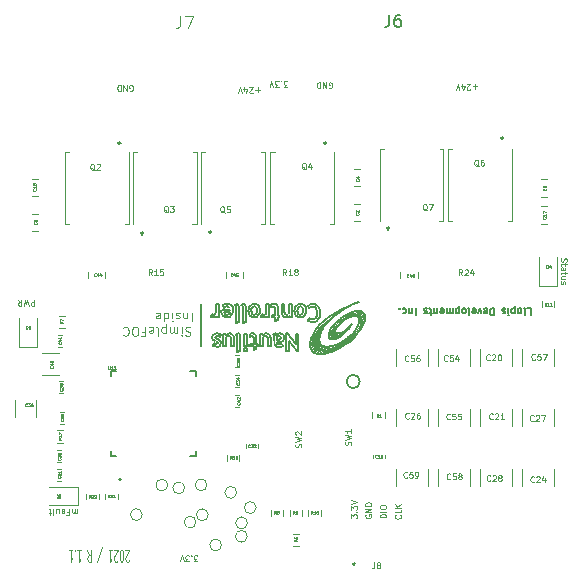
<source format=gbr>
%TF.GenerationSoftware,KiCad,Pcbnew,(5.1.8-0-10_14)*%
%TF.CreationDate,2021-05-13T19:53:47+02:00*%
%TF.ProjectId,Nauthiluscontroller,4e617574-6869-46c7-9573-636f6e74726f,rev?*%
%TF.SameCoordinates,Original*%
%TF.FileFunction,Legend,Top*%
%TF.FilePolarity,Positive*%
%FSLAX46Y46*%
G04 Gerber Fmt 4.6, Leading zero omitted, Abs format (unit mm)*
G04 Created by KiCad (PCBNEW (5.1.8-0-10_14)) date 2021-05-13 19:53:47*
%MOMM*%
%LPD*%
G01*
G04 APERTURE LIST*
%ADD10C,0.120000*%
%ADD11C,0.200000*%
%ADD12C,0.150000*%
%ADD13C,0.100000*%
%ADD14C,0.125000*%
%ADD15C,0.127000*%
%ADD16C,0.062500*%
G04 APERTURE END LIST*
D10*
X129860000Y-111680000D02*
G75*
G03*
X129860000Y-111680000I-500000J0D01*
G01*
X133180000Y-111670000D02*
G75*
G03*
X133180000Y-111670000I-500000J0D01*
G01*
X131290000Y-111920000D02*
G75*
G03*
X131290000Y-111920000I-500000J0D01*
G01*
X135700000Y-112300000D02*
G75*
G03*
X135700000Y-112300000I-500000J0D01*
G01*
X137340000Y-113590000D02*
G75*
G03*
X137340000Y-113590000I-500000J0D01*
G01*
X136610000Y-114880000D02*
G75*
G03*
X136610000Y-114880000I-500000J0D01*
G01*
X133290000Y-114200000D02*
G75*
G03*
X133290000Y-114200000I-500000J0D01*
G01*
X132250000Y-114810000D02*
G75*
G03*
X132250000Y-114810000I-500000J0D01*
G01*
X136590000Y-116020000D02*
G75*
G03*
X136590000Y-116020000I-500000J0D01*
G01*
X127700000Y-114180000D02*
G75*
G03*
X127700000Y-114180000I-500000J0D01*
G01*
X134420000Y-116750000D02*
G75*
G03*
X134420000Y-116750000I-500000J0D01*
G01*
X144710000Y-98780000D02*
X144870000Y-98700000D01*
X144620000Y-98830000D02*
X144710000Y-98780000D01*
X144570000Y-98910000D02*
X144620000Y-98830000D01*
X144520000Y-98860000D02*
X144570000Y-98910000D01*
X144480000Y-98950000D02*
X144520000Y-98860000D01*
X144450000Y-98910000D02*
X144480000Y-98950000D01*
X144320000Y-99100000D02*
X144450000Y-98910000D01*
X144340000Y-98910000D02*
X144320000Y-99100000D01*
X144150000Y-99170000D02*
X144340000Y-98910000D01*
X144210000Y-98900000D02*
X144150000Y-99170000D01*
X144010000Y-99220000D02*
X144210000Y-98900000D01*
X144110000Y-98870000D02*
X144010000Y-99220000D01*
X143880000Y-99250000D02*
X144110000Y-98870000D01*
X144040000Y-98830000D02*
X143880000Y-99250000D01*
X143750000Y-99250000D02*
X144040000Y-98830000D01*
X143980000Y-98760000D02*
X143750000Y-99250000D01*
X143640000Y-99320000D02*
X143980000Y-98760000D01*
X143990000Y-98540000D02*
X143640000Y-99320000D01*
X143560000Y-99240000D02*
X143990000Y-98540000D01*
X143900000Y-98560000D02*
X143560000Y-99240000D01*
X143540000Y-99030000D02*
X143900000Y-98560000D01*
X143650000Y-98620000D02*
X143540000Y-99030000D01*
X143530000Y-98830000D02*
X143650000Y-98620000D01*
X144090000Y-98350000D02*
X143530000Y-98830000D01*
X143680000Y-98560000D02*
X144090000Y-98350000D01*
X144440000Y-97920000D02*
X143680000Y-98560000D01*
X143850000Y-98300000D02*
X144440000Y-97920000D01*
X143940000Y-98140000D02*
X143850000Y-98300000D01*
X144730000Y-97650000D02*
X143940000Y-98140000D01*
X144250000Y-97820000D02*
X144730000Y-97650000D01*
X145380000Y-97210000D02*
X144250000Y-97820000D01*
X146030000Y-97220000D02*
X145380000Y-97210000D01*
X145970000Y-97350000D02*
X146030000Y-97220000D01*
X145810000Y-97280000D02*
X145970000Y-97350000D01*
X145580000Y-97180000D02*
X145810000Y-97280000D01*
X146130000Y-97140000D02*
X145580000Y-97180000D01*
X145310000Y-97370000D02*
X146130000Y-97140000D01*
X144750000Y-97570000D02*
X145310000Y-97370000D01*
X145490000Y-97190000D02*
X144750000Y-97570000D01*
X144650000Y-97470000D02*
X145490000Y-97190000D01*
X145340000Y-97120000D02*
X144650000Y-97470000D01*
X146130000Y-97040000D02*
X145340000Y-97120000D01*
X146050000Y-97370000D02*
X146130000Y-97040000D01*
X146310000Y-97590000D02*
X146050000Y-97370000D01*
X146250000Y-97740000D02*
X146310000Y-97590000D01*
X146130000Y-97500000D02*
X146250000Y-97740000D01*
X146160000Y-97610000D02*
X146130000Y-97500000D01*
X146400000Y-97170000D02*
X146160000Y-97610000D01*
X146120000Y-97490000D02*
X146400000Y-97170000D01*
X146240000Y-97050000D02*
X146120000Y-97490000D01*
X146350000Y-97100000D02*
X146240000Y-97050000D01*
X146140000Y-97840000D02*
X146350000Y-97100000D01*
X146180000Y-97710000D02*
X146140000Y-97840000D01*
X146480000Y-97190000D02*
X146180000Y-97710000D01*
X146500000Y-97380000D02*
X146480000Y-97190000D01*
X146140000Y-98020000D02*
X146500000Y-97380000D01*
X145940000Y-98620000D02*
X146140000Y-98020000D01*
X145830000Y-98780000D02*
X145940000Y-98620000D01*
X145880000Y-98780000D02*
X145830000Y-98780000D01*
X146460000Y-97730000D02*
X145880000Y-98780000D01*
X146530000Y-97530000D02*
X146460000Y-97730000D01*
X145770000Y-98670000D02*
X146530000Y-97530000D01*
X145670000Y-98850000D02*
X145770000Y-98670000D01*
X144830000Y-99650000D02*
X145670000Y-98850000D01*
X145680000Y-99040000D02*
X144830000Y-99650000D01*
X144860000Y-99740000D02*
X145680000Y-99040000D01*
X144740000Y-99670000D02*
X144860000Y-99740000D01*
X145790000Y-98860000D02*
X144740000Y-99670000D01*
X145700000Y-98770000D02*
X145790000Y-98860000D01*
X144720000Y-99590000D02*
X145700000Y-98770000D01*
X144770000Y-99740000D02*
X144720000Y-99590000D01*
X144070000Y-100220000D02*
X144770000Y-99740000D01*
X144730000Y-99680000D02*
X144070000Y-100220000D01*
X143700000Y-100360000D02*
X144730000Y-99680000D01*
X144670000Y-99610000D02*
X143700000Y-100360000D01*
X143430000Y-100440000D02*
X144670000Y-99610000D01*
X144440000Y-99720000D02*
X143430000Y-100440000D01*
X144050000Y-99880000D02*
X144440000Y-99720000D01*
X143340000Y-100430000D02*
X144050000Y-99880000D01*
X143790000Y-99990000D02*
X143340000Y-100430000D01*
X143130000Y-100520000D02*
X143790000Y-99990000D01*
X143030000Y-100500000D02*
X143130000Y-100520000D01*
X143620000Y-100050000D02*
X143030000Y-100500000D01*
X143350000Y-100050000D02*
X143620000Y-100050000D01*
X143450000Y-100060000D02*
X143350000Y-100050000D01*
X142880000Y-100520000D02*
X143450000Y-100060000D01*
X143300000Y-100050000D02*
X142880000Y-100520000D01*
X142990000Y-100170000D02*
X143300000Y-100050000D01*
X143060000Y-100070000D02*
X142990000Y-100170000D01*
X142830000Y-99940000D02*
X143060000Y-100070000D01*
X143200000Y-99990000D02*
X142830000Y-99940000D01*
X142750000Y-100530000D02*
X143200000Y-99990000D01*
X142630000Y-100510000D02*
X142750000Y-100530000D01*
X143030000Y-100000000D02*
X142630000Y-100510000D01*
X142990000Y-99940000D02*
X143030000Y-100000000D01*
X142470000Y-100540000D02*
X142990000Y-99940000D01*
X142400000Y-100490000D02*
X142470000Y-100540000D01*
X142880000Y-99880000D02*
X142400000Y-100490000D01*
X142830000Y-99860000D02*
X142880000Y-99880000D01*
X142320000Y-100440000D02*
X142830000Y-99860000D01*
X142760000Y-99770000D02*
X142320000Y-100440000D01*
X142230000Y-100400000D02*
X142760000Y-99770000D01*
X142700000Y-99660000D02*
X142230000Y-100400000D01*
X142150000Y-100310000D02*
X142700000Y-99660000D01*
X142650000Y-99520000D02*
X142150000Y-100310000D01*
X142060000Y-100230000D02*
X142650000Y-99520000D01*
X142650000Y-99350000D02*
X142060000Y-100230000D01*
X142010000Y-100110000D02*
X142650000Y-99350000D01*
X142580000Y-99280000D02*
X142010000Y-100110000D01*
X141970000Y-99970000D02*
X142580000Y-99280000D01*
X142610000Y-99140000D02*
X141970000Y-99970000D01*
X141980000Y-99680000D02*
X142610000Y-99140000D01*
X142330000Y-99320000D02*
X141980000Y-99680000D01*
X142140000Y-99420000D02*
X142330000Y-99320000D01*
X142240000Y-99430000D02*
X142140000Y-99420000D01*
X141940000Y-99920000D02*
X142240000Y-99430000D01*
X142670000Y-98960000D02*
X141940000Y-99920000D01*
X142080000Y-99330000D02*
X142670000Y-98960000D01*
X142710000Y-98800000D02*
X142080000Y-99330000D01*
X141960000Y-99630000D02*
X142710000Y-98800000D01*
X142370000Y-98880000D02*
X141960000Y-99630000D01*
X142230000Y-98990000D02*
X142370000Y-98880000D01*
X142250000Y-98890000D02*
X142230000Y-98990000D01*
X142750000Y-98660000D02*
X142250000Y-98890000D01*
X142090000Y-99190000D02*
X142750000Y-98660000D01*
X142180000Y-98890000D02*
X142090000Y-99190000D01*
X142870000Y-98500000D02*
X142180000Y-98890000D01*
X142350000Y-98780000D02*
X142870000Y-98500000D01*
X142550000Y-98460000D02*
X142350000Y-98780000D01*
X142940000Y-98370000D02*
X142550000Y-98460000D01*
X142430000Y-98620000D02*
X142940000Y-98370000D01*
X143140000Y-98110000D02*
X142430000Y-98620000D01*
X142560000Y-98420000D02*
X143140000Y-98110000D01*
X143220000Y-97930000D02*
X142560000Y-98420000D01*
X143370000Y-97800000D02*
X143220000Y-97930000D01*
X142770000Y-98180000D02*
X143370000Y-97800000D01*
X143970000Y-97260000D02*
X142770000Y-98180000D01*
X133930000Y-99540000D02*
X134030000Y-99540000D01*
X134050000Y-99570000D02*
X133930000Y-99540000D01*
X133930000Y-99500000D02*
X134050000Y-99570000D01*
D11*
X132710000Y-96340000D02*
X132710000Y-99900000D01*
D12*
X160297142Y-96708571D02*
X160582857Y-96708571D01*
X160582857Y-97308571D01*
X160011428Y-96708571D02*
X160068571Y-96737142D01*
X160097142Y-96794285D01*
X160097142Y-97308571D01*
X159697142Y-96708571D02*
X159754285Y-96737142D01*
X159782857Y-96765714D01*
X159811428Y-96822857D01*
X159811428Y-96994285D01*
X159782857Y-97051428D01*
X159754285Y-97080000D01*
X159697142Y-97108571D01*
X159611428Y-97108571D01*
X159554285Y-97080000D01*
X159525714Y-97051428D01*
X159497142Y-96994285D01*
X159497142Y-96822857D01*
X159525714Y-96765714D01*
X159554285Y-96737142D01*
X159611428Y-96708571D01*
X159697142Y-96708571D01*
X159240000Y-97108571D02*
X159240000Y-96508571D01*
X159240000Y-97080000D02*
X159182857Y-97108571D01*
X159068571Y-97108571D01*
X159011428Y-97080000D01*
X158982857Y-97051428D01*
X158954285Y-96994285D01*
X158954285Y-96822857D01*
X158982857Y-96765714D01*
X159011428Y-96737142D01*
X159068571Y-96708571D01*
X159182857Y-96708571D01*
X159240000Y-96737142D01*
X158697142Y-96708571D02*
X158697142Y-97108571D01*
X158697142Y-97308571D02*
X158725714Y-97280000D01*
X158697142Y-97251428D01*
X158668571Y-97280000D01*
X158697142Y-97308571D01*
X158697142Y-97251428D01*
X158440000Y-96737142D02*
X158382857Y-96708571D01*
X158268571Y-96708571D01*
X158211428Y-96737142D01*
X158182857Y-96794285D01*
X158182857Y-96822857D01*
X158211428Y-96880000D01*
X158268571Y-96908571D01*
X158354285Y-96908571D01*
X158411428Y-96937142D01*
X158440000Y-96994285D01*
X158440000Y-97022857D01*
X158411428Y-97080000D01*
X158354285Y-97108571D01*
X158268571Y-97108571D01*
X158211428Y-97080000D01*
X157468571Y-96708571D02*
X157468571Y-97308571D01*
X157325714Y-97308571D01*
X157240000Y-97280000D01*
X157182857Y-97222857D01*
X157154285Y-97165714D01*
X157125714Y-97051428D01*
X157125714Y-96965714D01*
X157154285Y-96851428D01*
X157182857Y-96794285D01*
X157240000Y-96737142D01*
X157325714Y-96708571D01*
X157468571Y-96708571D01*
X156640000Y-96737142D02*
X156697142Y-96708571D01*
X156811428Y-96708571D01*
X156868571Y-96737142D01*
X156897142Y-96794285D01*
X156897142Y-97022857D01*
X156868571Y-97080000D01*
X156811428Y-97108571D01*
X156697142Y-97108571D01*
X156640000Y-97080000D01*
X156611428Y-97022857D01*
X156611428Y-96965714D01*
X156897142Y-96908571D01*
X156411428Y-97108571D02*
X156268571Y-96708571D01*
X156125714Y-97108571D01*
X155668571Y-96737142D02*
X155725714Y-96708571D01*
X155840000Y-96708571D01*
X155897142Y-96737142D01*
X155925714Y-96794285D01*
X155925714Y-97022857D01*
X155897142Y-97080000D01*
X155840000Y-97108571D01*
X155725714Y-97108571D01*
X155668571Y-97080000D01*
X155640000Y-97022857D01*
X155640000Y-96965714D01*
X155925714Y-96908571D01*
X155297142Y-96708571D02*
X155354285Y-96737142D01*
X155382857Y-96794285D01*
X155382857Y-97308571D01*
X154982857Y-96708571D02*
X155040000Y-96737142D01*
X155068571Y-96765714D01*
X155097142Y-96822857D01*
X155097142Y-96994285D01*
X155068571Y-97051428D01*
X155040000Y-97080000D01*
X154982857Y-97108571D01*
X154897142Y-97108571D01*
X154840000Y-97080000D01*
X154811428Y-97051428D01*
X154782857Y-96994285D01*
X154782857Y-96822857D01*
X154811428Y-96765714D01*
X154840000Y-96737142D01*
X154897142Y-96708571D01*
X154982857Y-96708571D01*
X154525714Y-97108571D02*
X154525714Y-96508571D01*
X154525714Y-97080000D02*
X154468571Y-97108571D01*
X154354285Y-97108571D01*
X154297142Y-97080000D01*
X154268571Y-97051428D01*
X154240000Y-96994285D01*
X154240000Y-96822857D01*
X154268571Y-96765714D01*
X154297142Y-96737142D01*
X154354285Y-96708571D01*
X154468571Y-96708571D01*
X154525714Y-96737142D01*
X153982857Y-96708571D02*
X153982857Y-97108571D01*
X153982857Y-97051428D02*
X153954285Y-97080000D01*
X153897142Y-97108571D01*
X153811428Y-97108571D01*
X153754285Y-97080000D01*
X153725714Y-97022857D01*
X153725714Y-96708571D01*
X153725714Y-97022857D02*
X153697142Y-97080000D01*
X153640000Y-97108571D01*
X153554285Y-97108571D01*
X153497142Y-97080000D01*
X153468571Y-97022857D01*
X153468571Y-96708571D01*
X152954285Y-96737142D02*
X153011428Y-96708571D01*
X153125714Y-96708571D01*
X153182857Y-96737142D01*
X153211428Y-96794285D01*
X153211428Y-97022857D01*
X153182857Y-97080000D01*
X153125714Y-97108571D01*
X153011428Y-97108571D01*
X152954285Y-97080000D01*
X152925714Y-97022857D01*
X152925714Y-96965714D01*
X153211428Y-96908571D01*
X152668571Y-97108571D02*
X152668571Y-96708571D01*
X152668571Y-97051428D02*
X152640000Y-97080000D01*
X152582857Y-97108571D01*
X152497142Y-97108571D01*
X152440000Y-97080000D01*
X152411428Y-97022857D01*
X152411428Y-96708571D01*
X152211428Y-97108571D02*
X151982857Y-97108571D01*
X152125714Y-97308571D02*
X152125714Y-96794285D01*
X152097142Y-96737142D01*
X152040000Y-96708571D01*
X151982857Y-96708571D01*
X151811428Y-96737142D02*
X151754285Y-96708571D01*
X151640000Y-96708571D01*
X151582857Y-96737142D01*
X151554285Y-96794285D01*
X151554285Y-96822857D01*
X151582857Y-96880000D01*
X151640000Y-96908571D01*
X151725714Y-96908571D01*
X151782857Y-96937142D01*
X151811428Y-96994285D01*
X151811428Y-97022857D01*
X151782857Y-97080000D01*
X151725714Y-97108571D01*
X151640000Y-97108571D01*
X151582857Y-97080000D01*
X150840000Y-96708571D02*
X150840000Y-97308571D01*
X150554285Y-97108571D02*
X150554285Y-96708571D01*
X150554285Y-97051428D02*
X150525714Y-97080000D01*
X150468571Y-97108571D01*
X150382857Y-97108571D01*
X150325714Y-97080000D01*
X150297142Y-97022857D01*
X150297142Y-96708571D01*
X149754285Y-96737142D02*
X149811428Y-96708571D01*
X149925714Y-96708571D01*
X149982857Y-96737142D01*
X150011428Y-96765714D01*
X150040000Y-96822857D01*
X150040000Y-96994285D01*
X150011428Y-97051428D01*
X149982857Y-97080000D01*
X149925714Y-97108571D01*
X149811428Y-97108571D01*
X149754285Y-97080000D01*
X149497142Y-96765714D02*
X149468571Y-96737142D01*
X149497142Y-96708571D01*
X149525714Y-96737142D01*
X149497142Y-96765714D01*
X149497142Y-96708571D01*
D11*
X146122228Y-102912228D02*
G75*
G03*
X146122228Y-102912228I-562228J0D01*
G01*
D13*
X163167619Y-92476666D02*
X163143809Y-92548095D01*
X163143809Y-92667142D01*
X163167619Y-92714761D01*
X163191428Y-92738571D01*
X163239047Y-92762380D01*
X163286666Y-92762380D01*
X163334285Y-92738571D01*
X163358095Y-92714761D01*
X163381904Y-92667142D01*
X163405714Y-92571904D01*
X163429523Y-92524285D01*
X163453333Y-92500476D01*
X163500952Y-92476666D01*
X163548571Y-92476666D01*
X163596190Y-92500476D01*
X163620000Y-92524285D01*
X163643809Y-92571904D01*
X163643809Y-92690952D01*
X163620000Y-92762380D01*
X163477142Y-92905238D02*
X163477142Y-93095714D01*
X163643809Y-92976666D02*
X163215238Y-92976666D01*
X163167619Y-93000476D01*
X163143809Y-93048095D01*
X163143809Y-93095714D01*
X163143809Y-93476666D02*
X163405714Y-93476666D01*
X163453333Y-93452857D01*
X163477142Y-93405238D01*
X163477142Y-93310000D01*
X163453333Y-93262380D01*
X163167619Y-93476666D02*
X163143809Y-93429047D01*
X163143809Y-93310000D01*
X163167619Y-93262380D01*
X163215238Y-93238571D01*
X163262857Y-93238571D01*
X163310476Y-93262380D01*
X163334285Y-93310000D01*
X163334285Y-93429047D01*
X163358095Y-93476666D01*
X163477142Y-93643333D02*
X163477142Y-93833809D01*
X163643809Y-93714761D02*
X163215238Y-93714761D01*
X163167619Y-93738571D01*
X163143809Y-93786190D01*
X163143809Y-93833809D01*
X163477142Y-94214761D02*
X163143809Y-94214761D01*
X163477142Y-94000476D02*
X163215238Y-94000476D01*
X163167619Y-94024285D01*
X163143809Y-94071904D01*
X163143809Y-94143333D01*
X163167619Y-94190952D01*
X163191428Y-94214761D01*
X163167619Y-94429047D02*
X163143809Y-94476666D01*
X163143809Y-94571904D01*
X163167619Y-94619523D01*
X163215238Y-94643333D01*
X163239047Y-94643333D01*
X163286666Y-94619523D01*
X163310476Y-94571904D01*
X163310476Y-94500476D01*
X163334285Y-94452857D01*
X163381904Y-94429047D01*
X163405714Y-94429047D01*
X163453333Y-94452857D01*
X163477142Y-94500476D01*
X163477142Y-94571904D01*
X163453333Y-94619523D01*
X118546666Y-95983809D02*
X118546666Y-96483809D01*
X118356190Y-96483809D01*
X118308571Y-96460000D01*
X118284761Y-96436190D01*
X118260952Y-96388571D01*
X118260952Y-96317142D01*
X118284761Y-96269523D01*
X118308571Y-96245714D01*
X118356190Y-96221904D01*
X118546666Y-96221904D01*
X118094285Y-96483809D02*
X117975238Y-95983809D01*
X117880000Y-96340952D01*
X117784761Y-95983809D01*
X117665714Y-96483809D01*
X117189523Y-95983809D02*
X117356190Y-96221904D01*
X117475238Y-95983809D02*
X117475238Y-96483809D01*
X117284761Y-96483809D01*
X117237142Y-96460000D01*
X117213333Y-96436190D01*
X117189523Y-96388571D01*
X117189523Y-96317142D01*
X117213333Y-96269523D01*
X117237142Y-96245714D01*
X117284761Y-96221904D01*
X117475238Y-96221904D01*
X122184761Y-113683809D02*
X122184761Y-114017142D01*
X122184761Y-113969523D02*
X122160952Y-113993333D01*
X122113333Y-114017142D01*
X122041904Y-114017142D01*
X121994285Y-113993333D01*
X121970476Y-113945714D01*
X121970476Y-113683809D01*
X121970476Y-113945714D02*
X121946666Y-113993333D01*
X121899047Y-114017142D01*
X121827619Y-114017142D01*
X121780000Y-113993333D01*
X121756190Y-113945714D01*
X121756190Y-113683809D01*
X121351428Y-113945714D02*
X121518095Y-113945714D01*
X121518095Y-113683809D02*
X121518095Y-114183809D01*
X121280000Y-114183809D01*
X120875238Y-113683809D02*
X120875238Y-113945714D01*
X120899047Y-113993333D01*
X120946666Y-114017142D01*
X121041904Y-114017142D01*
X121089523Y-113993333D01*
X120875238Y-113707619D02*
X120922857Y-113683809D01*
X121041904Y-113683809D01*
X121089523Y-113707619D01*
X121113333Y-113755238D01*
X121113333Y-113802857D01*
X121089523Y-113850476D01*
X121041904Y-113874285D01*
X120922857Y-113874285D01*
X120875238Y-113898095D01*
X120422857Y-114017142D02*
X120422857Y-113683809D01*
X120637142Y-114017142D02*
X120637142Y-113755238D01*
X120613333Y-113707619D01*
X120565714Y-113683809D01*
X120494285Y-113683809D01*
X120446666Y-113707619D01*
X120422857Y-113731428D01*
X120113333Y-113683809D02*
X120160952Y-113707619D01*
X120184761Y-113755238D01*
X120184761Y-114183809D01*
X119994285Y-114017142D02*
X119803809Y-114017142D01*
X119922857Y-114183809D02*
X119922857Y-113755238D01*
X119899047Y-113707619D01*
X119851428Y-113683809D01*
X119803809Y-113683809D01*
X145376190Y-114468095D02*
X145376190Y-114158571D01*
X145566666Y-114325238D01*
X145566666Y-114253809D01*
X145590476Y-114206190D01*
X145614285Y-114182380D01*
X145661904Y-114158571D01*
X145780952Y-114158571D01*
X145828571Y-114182380D01*
X145852380Y-114206190D01*
X145876190Y-114253809D01*
X145876190Y-114396666D01*
X145852380Y-114444285D01*
X145828571Y-114468095D01*
X145828571Y-113944285D02*
X145852380Y-113920476D01*
X145876190Y-113944285D01*
X145852380Y-113968095D01*
X145828571Y-113944285D01*
X145876190Y-113944285D01*
X145376190Y-113753809D02*
X145376190Y-113444285D01*
X145566666Y-113610952D01*
X145566666Y-113539523D01*
X145590476Y-113491904D01*
X145614285Y-113468095D01*
X145661904Y-113444285D01*
X145780952Y-113444285D01*
X145828571Y-113468095D01*
X145852380Y-113491904D01*
X145876190Y-113539523D01*
X145876190Y-113682380D01*
X145852380Y-113730000D01*
X145828571Y-113753809D01*
X145376190Y-113301428D02*
X145876190Y-113134761D01*
X145376190Y-112968095D01*
X146610000Y-114190952D02*
X146586190Y-114238571D01*
X146586190Y-114310000D01*
X146610000Y-114381428D01*
X146657619Y-114429047D01*
X146705238Y-114452857D01*
X146800476Y-114476666D01*
X146871904Y-114476666D01*
X146967142Y-114452857D01*
X147014761Y-114429047D01*
X147062380Y-114381428D01*
X147086190Y-114310000D01*
X147086190Y-114262380D01*
X147062380Y-114190952D01*
X147038571Y-114167142D01*
X146871904Y-114167142D01*
X146871904Y-114262380D01*
X147086190Y-113952857D02*
X146586190Y-113952857D01*
X147086190Y-113667142D01*
X146586190Y-113667142D01*
X147086190Y-113429047D02*
X146586190Y-113429047D01*
X146586190Y-113310000D01*
X146610000Y-113238571D01*
X146657619Y-113190952D01*
X146705238Y-113167142D01*
X146800476Y-113143333D01*
X146871904Y-113143333D01*
X146967142Y-113167142D01*
X147014761Y-113190952D01*
X147062380Y-113238571D01*
X147086190Y-113310000D01*
X147086190Y-113429047D01*
X148346190Y-114421904D02*
X147846190Y-114421904D01*
X147846190Y-114302857D01*
X147870000Y-114231428D01*
X147917619Y-114183809D01*
X147965238Y-114160000D01*
X148060476Y-114136190D01*
X148131904Y-114136190D01*
X148227142Y-114160000D01*
X148274761Y-114183809D01*
X148322380Y-114231428D01*
X148346190Y-114302857D01*
X148346190Y-114421904D01*
X148346190Y-113921904D02*
X147846190Y-113921904D01*
X147846190Y-113588571D02*
X147846190Y-113493333D01*
X147870000Y-113445714D01*
X147917619Y-113398095D01*
X148012857Y-113374285D01*
X148179523Y-113374285D01*
X148274761Y-113398095D01*
X148322380Y-113445714D01*
X148346190Y-113493333D01*
X148346190Y-113588571D01*
X148322380Y-113636190D01*
X148274761Y-113683809D01*
X148179523Y-113707619D01*
X148012857Y-113707619D01*
X147917619Y-113683809D01*
X147870000Y-113636190D01*
X147846190Y-113588571D01*
X149548571Y-114217619D02*
X149572380Y-114241428D01*
X149596190Y-114312857D01*
X149596190Y-114360476D01*
X149572380Y-114431904D01*
X149524761Y-114479523D01*
X149477142Y-114503333D01*
X149381904Y-114527142D01*
X149310476Y-114527142D01*
X149215238Y-114503333D01*
X149167619Y-114479523D01*
X149120000Y-114431904D01*
X149096190Y-114360476D01*
X149096190Y-114312857D01*
X149120000Y-114241428D01*
X149143809Y-114217619D01*
X149596190Y-113765238D02*
X149596190Y-114003333D01*
X149096190Y-114003333D01*
X149596190Y-113598571D02*
X149096190Y-113598571D01*
X149596190Y-113312857D02*
X149310476Y-113527142D01*
X149096190Y-113312857D02*
X149381904Y-113598571D01*
D14*
X126565714Y-118062380D02*
X126541904Y-118110000D01*
X126494285Y-118157619D01*
X126375238Y-118157619D01*
X126327619Y-118110000D01*
X126303809Y-118062380D01*
X126280000Y-117967142D01*
X126280000Y-117871904D01*
X126303809Y-117729047D01*
X126589523Y-117157619D01*
X126280000Y-117157619D01*
X125970476Y-118157619D02*
X125922857Y-118157619D01*
X125875238Y-118110000D01*
X125851428Y-118062380D01*
X125827619Y-117967142D01*
X125803809Y-117776666D01*
X125803809Y-117538571D01*
X125827619Y-117348095D01*
X125851428Y-117252857D01*
X125875238Y-117205238D01*
X125922857Y-117157619D01*
X125970476Y-117157619D01*
X126018095Y-117205238D01*
X126041904Y-117252857D01*
X126065714Y-117348095D01*
X126089523Y-117538571D01*
X126089523Y-117776666D01*
X126065714Y-117967142D01*
X126041904Y-118062380D01*
X126018095Y-118110000D01*
X125970476Y-118157619D01*
X125613333Y-118062380D02*
X125589523Y-118110000D01*
X125541904Y-118157619D01*
X125422857Y-118157619D01*
X125375238Y-118110000D01*
X125351428Y-118062380D01*
X125327619Y-117967142D01*
X125327619Y-117871904D01*
X125351428Y-117729047D01*
X125637142Y-117157619D01*
X125327619Y-117157619D01*
X124851428Y-117157619D02*
X125137142Y-117157619D01*
X124994285Y-117157619D02*
X124994285Y-118157619D01*
X125041904Y-118014761D01*
X125089523Y-117919523D01*
X125137142Y-117871904D01*
X123899047Y-118205238D02*
X124327619Y-116919523D01*
X123065714Y-117157619D02*
X123232380Y-117633809D01*
X123351428Y-117157619D02*
X123351428Y-118157619D01*
X123160952Y-118157619D01*
X123113333Y-118110000D01*
X123089523Y-118062380D01*
X123065714Y-117967142D01*
X123065714Y-117824285D01*
X123089523Y-117729047D01*
X123113333Y-117681428D01*
X123160952Y-117633809D01*
X123351428Y-117633809D01*
X122208571Y-117157619D02*
X122494285Y-117157619D01*
X122351428Y-117157619D02*
X122351428Y-118157619D01*
X122399047Y-118014761D01*
X122446666Y-117919523D01*
X122494285Y-117871904D01*
X121994285Y-117252857D02*
X121970476Y-117205238D01*
X121994285Y-117157619D01*
X122018095Y-117205238D01*
X121994285Y-117252857D01*
X121994285Y-117157619D01*
X121494285Y-117157619D02*
X121780000Y-117157619D01*
X121637142Y-117157619D02*
X121637142Y-118157619D01*
X121684761Y-118014761D01*
X121732380Y-117919523D01*
X121780000Y-117871904D01*
D13*
X131872142Y-97070714D02*
X131872142Y-97820714D01*
X131515000Y-97570714D02*
X131515000Y-97070714D01*
X131515000Y-97499285D02*
X131479285Y-97535000D01*
X131407857Y-97570714D01*
X131300714Y-97570714D01*
X131229285Y-97535000D01*
X131193571Y-97463571D01*
X131193571Y-97070714D01*
X130872142Y-97106428D02*
X130800714Y-97070714D01*
X130657857Y-97070714D01*
X130586428Y-97106428D01*
X130550714Y-97177857D01*
X130550714Y-97213571D01*
X130586428Y-97285000D01*
X130657857Y-97320714D01*
X130765000Y-97320714D01*
X130836428Y-97356428D01*
X130872142Y-97427857D01*
X130872142Y-97463571D01*
X130836428Y-97535000D01*
X130765000Y-97570714D01*
X130657857Y-97570714D01*
X130586428Y-97535000D01*
X130229285Y-97070714D02*
X130229285Y-97570714D01*
X130229285Y-97820714D02*
X130265000Y-97785000D01*
X130229285Y-97749285D01*
X130193571Y-97785000D01*
X130229285Y-97820714D01*
X130229285Y-97749285D01*
X129550714Y-97070714D02*
X129550714Y-97820714D01*
X129550714Y-97106428D02*
X129622142Y-97070714D01*
X129765000Y-97070714D01*
X129836428Y-97106428D01*
X129872142Y-97142142D01*
X129907857Y-97213571D01*
X129907857Y-97427857D01*
X129872142Y-97499285D01*
X129836428Y-97535000D01*
X129765000Y-97570714D01*
X129622142Y-97570714D01*
X129550714Y-97535000D01*
X128907857Y-97106428D02*
X128979285Y-97070714D01*
X129122142Y-97070714D01*
X129193571Y-97106428D01*
X129229285Y-97177857D01*
X129229285Y-97463571D01*
X129193571Y-97535000D01*
X129122142Y-97570714D01*
X128979285Y-97570714D01*
X128907857Y-97535000D01*
X128872142Y-97463571D01*
X128872142Y-97392142D01*
X129229285Y-97320714D01*
X131779285Y-98326428D02*
X131672142Y-98290714D01*
X131493571Y-98290714D01*
X131422142Y-98326428D01*
X131386428Y-98362142D01*
X131350714Y-98433571D01*
X131350714Y-98505000D01*
X131386428Y-98576428D01*
X131422142Y-98612142D01*
X131493571Y-98647857D01*
X131636428Y-98683571D01*
X131707857Y-98719285D01*
X131743571Y-98755000D01*
X131779285Y-98826428D01*
X131779285Y-98897857D01*
X131743571Y-98969285D01*
X131707857Y-99005000D01*
X131636428Y-99040714D01*
X131457857Y-99040714D01*
X131350714Y-99005000D01*
X131029285Y-98290714D02*
X131029285Y-98790714D01*
X131029285Y-99040714D02*
X131065000Y-99005000D01*
X131029285Y-98969285D01*
X130993571Y-99005000D01*
X131029285Y-99040714D01*
X131029285Y-98969285D01*
X130672142Y-98290714D02*
X130672142Y-98790714D01*
X130672142Y-98719285D02*
X130636428Y-98755000D01*
X130565000Y-98790714D01*
X130457857Y-98790714D01*
X130386428Y-98755000D01*
X130350714Y-98683571D01*
X130350714Y-98290714D01*
X130350714Y-98683571D02*
X130315000Y-98755000D01*
X130243571Y-98790714D01*
X130136428Y-98790714D01*
X130065000Y-98755000D01*
X130029285Y-98683571D01*
X130029285Y-98290714D01*
X129672142Y-98790714D02*
X129672142Y-98040714D01*
X129672142Y-98755000D02*
X129600714Y-98790714D01*
X129457857Y-98790714D01*
X129386428Y-98755000D01*
X129350714Y-98719285D01*
X129315000Y-98647857D01*
X129315000Y-98433571D01*
X129350714Y-98362142D01*
X129386428Y-98326428D01*
X129457857Y-98290714D01*
X129600714Y-98290714D01*
X129672142Y-98326428D01*
X128886428Y-98290714D02*
X128957857Y-98326428D01*
X128993571Y-98397857D01*
X128993571Y-99040714D01*
X128315000Y-98326428D02*
X128386428Y-98290714D01*
X128529285Y-98290714D01*
X128600714Y-98326428D01*
X128636428Y-98397857D01*
X128636428Y-98683571D01*
X128600714Y-98755000D01*
X128529285Y-98790714D01*
X128386428Y-98790714D01*
X128315000Y-98755000D01*
X128279285Y-98683571D01*
X128279285Y-98612142D01*
X128636428Y-98540714D01*
X127707857Y-98683571D02*
X127957857Y-98683571D01*
X127957857Y-98290714D02*
X127957857Y-99040714D01*
X127600714Y-99040714D01*
X127172142Y-99040714D02*
X127029285Y-99040714D01*
X126957857Y-99005000D01*
X126886428Y-98933571D01*
X126850714Y-98790714D01*
X126850714Y-98540714D01*
X126886428Y-98397857D01*
X126957857Y-98326428D01*
X127029285Y-98290714D01*
X127172142Y-98290714D01*
X127243571Y-98326428D01*
X127315000Y-98397857D01*
X127350714Y-98540714D01*
X127350714Y-98790714D01*
X127315000Y-98933571D01*
X127243571Y-99005000D01*
X127172142Y-99040714D01*
X126100714Y-98362142D02*
X126136428Y-98326428D01*
X126243571Y-98290714D01*
X126315000Y-98290714D01*
X126422142Y-98326428D01*
X126493571Y-98397857D01*
X126529285Y-98469285D01*
X126565000Y-98612142D01*
X126565000Y-98719285D01*
X126529285Y-98862142D01*
X126493571Y-98933571D01*
X126422142Y-99005000D01*
X126315000Y-99040714D01*
X126243571Y-99040714D01*
X126136428Y-99005000D01*
X126100714Y-98969285D01*
D10*
%TO.C,Q2*%
X126245000Y-89600000D02*
X126545000Y-89600000D01*
X121475000Y-89600000D02*
X121175000Y-89600000D01*
X121525000Y-83480000D02*
X121175000Y-83480000D01*
X126545000Y-89600000D02*
X126545000Y-83480000D01*
X121175000Y-89600000D02*
X121175000Y-83480000D01*
%TO.C,Q6*%
X158675000Y-89350000D02*
X158975000Y-89350000D01*
X153905000Y-89350000D02*
X153605000Y-89350000D01*
X153955000Y-83230000D02*
X153605000Y-83230000D01*
X158975000Y-89350000D02*
X158975000Y-83230000D01*
X153605000Y-89350000D02*
X153605000Y-83230000D01*
%TO.C,Q7*%
X153205000Y-83210000D02*
X153205000Y-89330000D01*
X147835000Y-83210000D02*
X147835000Y-89330000D01*
X152855000Y-89330000D02*
X153205000Y-89330000D01*
X152905000Y-83210000D02*
X153205000Y-83210000D01*
X148135000Y-83210000D02*
X147835000Y-83210000D01*
%TO.C,R16*%
X134847500Y-109147742D02*
X134847500Y-109622258D01*
X135892500Y-109147742D02*
X135892500Y-109622258D01*
D15*
%TO.C,U11*%
X125473000Y-109222000D02*
X125023000Y-109222000D01*
X125023000Y-109222000D02*
X125023000Y-108772000D01*
X132223000Y-108772000D02*
X132223000Y-109222000D01*
X132223000Y-109222000D02*
X131773000Y-109222000D01*
X125023000Y-102472000D02*
X125023000Y-102022000D01*
X125023000Y-102022000D02*
X125473000Y-102022000D01*
X131773000Y-102022000D02*
X132223000Y-102022000D01*
X132223000Y-102022000D02*
X132223000Y-102472000D01*
D11*
X125923000Y-111222000D02*
G75*
G03*
X125923000Y-111222000I-100000J0D01*
G01*
D10*
%TO.C,C49*%
X149565000Y-94141252D02*
X149565000Y-93618748D01*
X151035000Y-94141252D02*
X151035000Y-93618748D01*
%TO.C,Q5*%
X133005000Y-83490000D02*
X132705000Y-83490000D01*
X137775000Y-83490000D02*
X138075000Y-83490000D01*
X137725000Y-89610000D02*
X138075000Y-89610000D01*
X132705000Y-83490000D02*
X132705000Y-89610000D01*
X138075000Y-83490000D02*
X138075000Y-89610000D01*
%TO.C,Q3*%
X132295000Y-83490000D02*
X132295000Y-89610000D01*
X126925000Y-83490000D02*
X126925000Y-89610000D01*
X131945000Y-89610000D02*
X132295000Y-89610000D01*
X131995000Y-83490000D02*
X132295000Y-83490000D01*
X127225000Y-83490000D02*
X126925000Y-83490000D01*
%TO.C,Q4*%
X138555000Y-89570000D02*
X138555000Y-83450000D01*
X143925000Y-89570000D02*
X143925000Y-83450000D01*
X138905000Y-83450000D02*
X138555000Y-83450000D01*
X138855000Y-89570000D02*
X138555000Y-89570000D01*
X143625000Y-89570000D02*
X143925000Y-89570000D01*
%TO.C,R22*%
X122977500Y-112897258D02*
X122977500Y-112422742D01*
X124022500Y-112897258D02*
X124022500Y-112422742D01*
%TO.C,C45*%
X134755000Y-94141252D02*
X134755000Y-93618748D01*
X136225000Y-94141252D02*
X136225000Y-93618748D01*
%TO.C,C58*%
X155480000Y-111773252D02*
X155480000Y-110350748D01*
X152760000Y-111773252D02*
X152760000Y-110350748D01*
%TO.C,R21*%
X125622500Y-112897258D02*
X125622500Y-112422742D01*
X124577500Y-112897258D02*
X124577500Y-112422742D01*
%TO.C,C26*%
X151880000Y-106673252D02*
X151880000Y-105250748D01*
X149160000Y-106673252D02*
X149160000Y-105250748D01*
%TO.C,C20*%
X156302000Y-101610752D02*
X156302000Y-100188248D01*
X159022000Y-101610752D02*
X159022000Y-100188248D01*
%TO.C,C40*%
X120616252Y-102340000D02*
X119193748Y-102340000D01*
X120616252Y-100520000D02*
X119193748Y-100520000D01*
%TO.C,C21*%
X159010000Y-106673252D02*
X159010000Y-105250748D01*
X156290000Y-106673252D02*
X156290000Y-105250748D01*
%TO.C,C24*%
X159862000Y-111773252D02*
X159862000Y-110350748D01*
X162582000Y-111773252D02*
X162582000Y-110350748D01*
%TO.C,C27*%
X159862000Y-106673252D02*
X159862000Y-105250748D01*
X162582000Y-106673252D02*
X162582000Y-105250748D01*
%TO.C,C28*%
X159010000Y-111773252D02*
X159010000Y-110350748D01*
X156290000Y-111773252D02*
X156290000Y-110350748D01*
%TO.C,C29*%
X135583733Y-101720000D02*
X135876267Y-101720000D01*
X135583733Y-100700000D02*
X135876267Y-100700000D01*
%TO.C,C31*%
X120494233Y-111345000D02*
X120786767Y-111345000D01*
X120494233Y-110325000D02*
X120786767Y-110325000D01*
%TO.C,C32*%
X137500000Y-108516267D02*
X137500000Y-108223733D01*
X136480000Y-108516267D02*
X136480000Y-108223733D01*
%TO.C,C33*%
X120494233Y-109757000D02*
X120786767Y-109757000D01*
X120494233Y-108737000D02*
X120786767Y-108737000D01*
%TO.C,C34*%
X135571233Y-102370000D02*
X135863767Y-102370000D01*
X135571233Y-103390000D02*
X135863767Y-103390000D01*
%TO.C,C35*%
X120758733Y-106495000D02*
X121051267Y-106495000D01*
X120758733Y-105475000D02*
X121051267Y-105475000D01*
%TO.C,C36*%
X118710000Y-105911252D02*
X118710000Y-104488748D01*
X116890000Y-105911252D02*
X116890000Y-104488748D01*
%TO.C,C38*%
X120973767Y-103920000D02*
X120681233Y-103920000D01*
X120973767Y-102900000D02*
X120681233Y-102900000D01*
%TO.C,C41*%
X120881267Y-99970000D02*
X120588733Y-99970000D01*
X120881267Y-98950000D02*
X120588733Y-98950000D01*
%TO.C,C42*%
X135591233Y-105060000D02*
X135883767Y-105060000D01*
X135591233Y-104040000D02*
X135883767Y-104040000D01*
%TO.C,C44*%
X123095000Y-94141252D02*
X123095000Y-93618748D01*
X124565000Y-94141252D02*
X124565000Y-93618748D01*
%TO.C,C54*%
X152760000Y-101610752D02*
X152760000Y-100188248D01*
X155480000Y-101610752D02*
X155480000Y-100188248D01*
%TO.C,C55*%
X155480000Y-106673252D02*
X155480000Y-105250748D01*
X152760000Y-106673252D02*
X152760000Y-105250748D01*
%TO.C,C56*%
X151880000Y-101610752D02*
X151880000Y-100188248D01*
X149160000Y-101610752D02*
X149160000Y-100188248D01*
%TO.C,C57*%
X159862000Y-101610752D02*
X159862000Y-100188248D01*
X162582000Y-101610752D02*
X162582000Y-100188248D01*
%TO.C,C59*%
X149160000Y-111773252D02*
X149160000Y-110350748D01*
X151880000Y-111773252D02*
X151880000Y-110350748D01*
%TO.C,R6*%
X140942258Y-115797500D02*
X140467742Y-115797500D01*
X140942258Y-116842500D02*
X140467742Y-116842500D01*
%TO.C,R7*%
X120667742Y-97337500D02*
X121142258Y-97337500D01*
X120667742Y-98382500D02*
X121142258Y-98382500D01*
%TO.C,R8*%
X139627500Y-113807742D02*
X139627500Y-114282258D01*
X138582500Y-113807742D02*
X138582500Y-114282258D01*
%TO.C,R9*%
X141227500Y-113803742D02*
X141227500Y-114278258D01*
X140182500Y-113803742D02*
X140182500Y-114278258D01*
%TO.C,R10*%
X141757500Y-114277258D02*
X141757500Y-113802742D01*
X142802500Y-114277258D02*
X142802500Y-113802742D01*
%TO.C,R11*%
X161547500Y-96132742D02*
X161547500Y-96607258D01*
X162592500Y-96132742D02*
X162592500Y-96607258D01*
%TO.C,R17*%
X120517742Y-107037500D02*
X120992258Y-107037500D01*
X120517742Y-108082500D02*
X120992258Y-108082500D01*
%TO.C,U5*%
X138840000Y-99640000D02*
X138840000Y-99450000D01*
X138880000Y-99750000D02*
X138840000Y-99640000D01*
X138920000Y-99840000D02*
X138880000Y-99750000D01*
D12*
X134394338Y-96975834D02*
X134414683Y-96835059D01*
X134529863Y-97334497D02*
X134442163Y-97207374D01*
X134442163Y-97207374D02*
X134399111Y-97054810D01*
X134399111Y-97054810D02*
X134394338Y-96975834D01*
X134889838Y-97475435D02*
X134734206Y-97455586D01*
X134734206Y-97455586D02*
X134593534Y-97389369D01*
X134593534Y-97389369D02*
X134529863Y-97334497D01*
X135251126Y-97316285D02*
X135129717Y-97413218D01*
X135129717Y-97413218D02*
X134979132Y-97467807D01*
X134979132Y-97467807D02*
X134889838Y-97475435D01*
X135401417Y-96900853D02*
X135386784Y-97051613D01*
X135386784Y-97051613D02*
X135336788Y-97195465D01*
X135336788Y-97195465D02*
X135251126Y-97316285D01*
X135264580Y-96495101D02*
X135347964Y-96620253D01*
X135347964Y-96620253D02*
X135392864Y-96777834D01*
X135392864Y-96777834D02*
X135401417Y-96900853D01*
X134891807Y-96349568D02*
X135042177Y-96366777D01*
X135042177Y-96366777D02*
X135189813Y-96431453D01*
X135189813Y-96431453D02*
X135264580Y-96495101D01*
X134512799Y-96458020D02*
X134647847Y-96383928D01*
X134647847Y-96383928D02*
X134801696Y-96353390D01*
X134801696Y-96353390D02*
X134891807Y-96349568D01*
X134605992Y-96651626D02*
X134512799Y-96458020D01*
X134856039Y-96561386D02*
X134703589Y-96586832D01*
X134703589Y-96586832D02*
X134605992Y-96651626D01*
X135065724Y-96633414D02*
X134925958Y-96567074D01*
X134925958Y-96567074D02*
X134856039Y-96561386D01*
X134414683Y-96835059D02*
X135150385Y-96835059D01*
X136537128Y-100322752D02*
X136438684Y-100365739D01*
X136578146Y-100218894D02*
X136537128Y-100322752D01*
X136537128Y-100115036D02*
X136578146Y-100218894D01*
X136438684Y-100071885D02*
X136537128Y-100115036D01*
X136339912Y-100115036D02*
X136438684Y-100071885D01*
X136299222Y-100218894D02*
X136339912Y-100115036D01*
X136339912Y-100322752D02*
X136299222Y-100218894D01*
X136438684Y-100365739D02*
X136339912Y-100322752D01*
X137362249Y-97175510D02*
X137419241Y-97030075D01*
X137419241Y-97030075D02*
X137428534Y-96915127D01*
X137183246Y-97268703D02*
X137326088Y-97216236D01*
X137326088Y-97216236D02*
X137362249Y-97175510D01*
X136939106Y-96915127D02*
X136954364Y-97069770D01*
X136954364Y-97069770D02*
X137025174Y-97210317D01*
X137025174Y-97210317D02*
X137168225Y-97268357D01*
X137168225Y-97268357D02*
X137183246Y-97268703D01*
X137004735Y-96649493D02*
X136948277Y-96797003D01*
X136948277Y-96797003D02*
X136939106Y-96915127D01*
X137183246Y-96556300D02*
X137040656Y-96608767D01*
X137040656Y-96608767D02*
X137004735Y-96649493D01*
X137428534Y-96915127D02*
X137413211Y-96758140D01*
X137413211Y-96758140D02*
X137342083Y-96615520D01*
X137342083Y-96615520D02*
X137198341Y-96556650D01*
X137198341Y-96556650D02*
X137183246Y-96556300D01*
X137371929Y-99192456D02*
X137371929Y-99741607D01*
X137288909Y-98931416D02*
X137358259Y-99067705D01*
X137358259Y-99067705D02*
X137371929Y-99192456D01*
X137052644Y-98839699D02*
X137202985Y-98868764D01*
X137202985Y-98868764D02*
X137288909Y-98931416D01*
X136814082Y-98870217D02*
X136962746Y-98842679D01*
X136962746Y-98842679D02*
X137052644Y-98839699D01*
X136814082Y-99103200D02*
X136814082Y-98870217D01*
X136975530Y-99053650D02*
X136828214Y-99094319D01*
X136828214Y-99094319D02*
X136814082Y-99103200D01*
X137096615Y-99101723D02*
X136975530Y-99053650D01*
X137131399Y-99266288D02*
X137104798Y-99114797D01*
X137104798Y-99114797D02*
X137096615Y-99101723D01*
X137131399Y-99741607D02*
X137131399Y-99266288D01*
X136848538Y-99741607D02*
X137131399Y-99741607D01*
X136848538Y-99945221D02*
X136848538Y-99741607D01*
X137131399Y-99945221D02*
X136848538Y-99945221D01*
X137131399Y-100259420D02*
X137131399Y-99945221D01*
X137371929Y-100166063D02*
X137131399Y-100259420D01*
X137371929Y-99945221D02*
X137371929Y-100166063D01*
X137491210Y-99945221D02*
X137371929Y-99945221D01*
X137491210Y-99741607D02*
X137491210Y-99945221D01*
X137371929Y-99741607D02*
X137491210Y-99741607D01*
X139493881Y-96369913D02*
X139734412Y-96369913D01*
X139493881Y-97035556D02*
X139493881Y-96369913D01*
X139600200Y-97359436D02*
X139520460Y-97220384D01*
X139520460Y-97220384D02*
X139494296Y-97061162D01*
X139494296Y-97061162D02*
X139493881Y-97035556D01*
X139890281Y-97475435D02*
X139734999Y-97449927D01*
X139734999Y-97449927D02*
X139606920Y-97366567D01*
X139606920Y-97366567D02*
X139600200Y-97359436D01*
X140179705Y-97353857D02*
X140058311Y-97445040D01*
X140058311Y-97445040D02*
X139902142Y-97475316D01*
X139902142Y-97475316D02*
X139890281Y-97475435D01*
X140224005Y-97455090D02*
X140179705Y-97353857D01*
X140397101Y-97455090D02*
X140224005Y-97455090D01*
X140397101Y-96369913D02*
X140397101Y-97455090D01*
X140156735Y-96369913D02*
X140397101Y-96369913D01*
X140156735Y-97154181D02*
X140156735Y-96369913D01*
X139949839Y-97263617D02*
X140062885Y-97232115D01*
X139784946Y-97199793D02*
X139922228Y-97262617D01*
X139922228Y-97262617D02*
X139949839Y-97263617D01*
X139734412Y-96997163D02*
X139756126Y-97147005D01*
X139756126Y-97147005D02*
X139784946Y-97199793D01*
X139734412Y-96369913D02*
X139734412Y-96997163D01*
X134554473Y-98859060D02*
X134794676Y-98859060D01*
X134554473Y-99945221D02*
X134554473Y-98859060D01*
X134794676Y-99945221D02*
X134554473Y-99945221D01*
X134794676Y-99199511D02*
X134794676Y-99945221D01*
X134888197Y-99096145D02*
X134794676Y-99199511D01*
X135040129Y-99051517D02*
X134892606Y-99093404D01*
X134892606Y-99093404D02*
X134888197Y-99096145D01*
X135217983Y-99260218D02*
X135178980Y-99110417D01*
X135178980Y-99110417D02*
X135040129Y-99051517D01*
X135217983Y-99945221D02*
X135217983Y-99260218D01*
X135458514Y-99945221D02*
X135217983Y-99945221D01*
X135458514Y-99241021D02*
X135458514Y-99945221D01*
X135099851Y-98839699D02*
X135256812Y-98864797D01*
X135256812Y-98864797D02*
X135379744Y-98953006D01*
X135379744Y-98953006D02*
X135445914Y-99104675D01*
X135445914Y-99104675D02*
X135458514Y-99241021D01*
X134935122Y-98872186D02*
X135085609Y-98839984D01*
X135085609Y-98839984D02*
X135099851Y-98839699D01*
X134794676Y-98950284D02*
X134929590Y-98874228D01*
X134929590Y-98874228D02*
X134935122Y-98872186D01*
X134794676Y-98859060D02*
X134794676Y-98950284D01*
X134885900Y-97263617D02*
X135036157Y-97218031D01*
X135036157Y-97218031D02*
X135122367Y-97094114D01*
X135122367Y-97094114D02*
X135141854Y-97025548D01*
X134635853Y-97025548D02*
X134682783Y-97170597D01*
X134682783Y-97170597D02*
X134808571Y-97255242D01*
X134808571Y-97255242D02*
X134885900Y-97263617D01*
X135141854Y-97025548D02*
X134635853Y-97025548D01*
X134198764Y-98857583D02*
X134339960Y-98920019D01*
X134339960Y-98920019D02*
X134357914Y-98929939D01*
X134033707Y-98839699D02*
X134186696Y-98854412D01*
X134186696Y-98854412D02*
X134198764Y-98857583D01*
X133744611Y-98926494D02*
X133879066Y-98858751D01*
X133879066Y-98858751D02*
X134033707Y-98839699D01*
X133638292Y-99164071D02*
X133671931Y-99014570D01*
X133671931Y-99014570D02*
X133744611Y-98926494D01*
X133698014Y-99357513D02*
X133641161Y-99212106D01*
X133641161Y-99212106D02*
X133638292Y-99164071D01*
X133893261Y-99493857D02*
X133758937Y-99418601D01*
X133758937Y-99418601D02*
X133698014Y-99357513D01*
X134111477Y-99658422D02*
X134070131Y-99583441D01*
X133985469Y-99763921D02*
X134110369Y-99677288D01*
X134110369Y-99677288D02*
X134111477Y-99658422D01*
X133766268Y-99692877D02*
X133903763Y-99756994D01*
X133903763Y-99756994D02*
X133985469Y-99763921D01*
X133697030Y-99889436D02*
X133766268Y-99692877D01*
X133998923Y-99965566D02*
X133843177Y-99946513D01*
X133843177Y-99946513D02*
X133697030Y-99889436D01*
X134259799Y-99886975D02*
X134118676Y-99952579D01*
X134118676Y-99952579D02*
X133998923Y-99965566D01*
X134361524Y-99667610D02*
X134321835Y-99819311D01*
X134321835Y-99819311D02*
X134259799Y-99886975D01*
X134095070Y-99341269D02*
X134235679Y-99423264D01*
X134235679Y-99423264D02*
X134335547Y-99545641D01*
X134335547Y-99545641D02*
X134361524Y-99667610D01*
X133930669Y-99248076D02*
X134065798Y-99328079D01*
X134065798Y-99328079D02*
X134095070Y-99341269D01*
X133888338Y-99146843D02*
X133930669Y-99248076D01*
X134028785Y-99041345D02*
X133893284Y-99110969D01*
X133893284Y-99110969D02*
X133888338Y-99146843D01*
X134272268Y-99131585D02*
X134134475Y-99056270D01*
X134134475Y-99056270D02*
X134028785Y-99041345D01*
X134357914Y-98929939D02*
X134272268Y-99131585D01*
X139071722Y-99269406D02*
X139071722Y-99370803D01*
X139288134Y-99041345D02*
X139140218Y-99085032D01*
X139140218Y-99085032D02*
X139073625Y-99228674D01*
X139073625Y-99228674D02*
X139071722Y-99269406D01*
X139448761Y-99187369D02*
X139372864Y-99055616D01*
X139372864Y-99055616D02*
X139288134Y-99041345D01*
X139164095Y-99383928D02*
X139314236Y-99364710D01*
X139314236Y-99364710D02*
X139435145Y-99263914D01*
X139435145Y-99263914D02*
X139448761Y-99187369D01*
X139071722Y-99370803D02*
X139164095Y-99383928D01*
X139197730Y-96702325D02*
X139197730Y-97251476D01*
X139114873Y-96441285D02*
X139184071Y-96577574D01*
X139184071Y-96577574D02*
X139197730Y-96702325D01*
X138878281Y-96349568D02*
X139028923Y-96378633D01*
X139028923Y-96378633D02*
X139114873Y-96441285D01*
X138639719Y-96380086D02*
X138788456Y-96352548D01*
X138788456Y-96352548D02*
X138878281Y-96349568D01*
X138639719Y-96613069D02*
X138639719Y-96380086D01*
X138801330Y-96563519D02*
X138653892Y-96604188D01*
X138653892Y-96604188D02*
X138639719Y-96613069D01*
X138922580Y-96611592D02*
X138801330Y-96563519D01*
X138957200Y-96776157D02*
X138930709Y-96624666D01*
X138930709Y-96624666D02*
X138922580Y-96611592D01*
X138957200Y-97251476D02*
X138957200Y-96776157D01*
X138674338Y-97251476D02*
X138957200Y-97251476D01*
X138674338Y-97455090D02*
X138674338Y-97251476D01*
X138957200Y-97455090D02*
X138674338Y-97455090D01*
X138957200Y-97769289D02*
X138957200Y-97455090D01*
X139197730Y-97675932D02*
X138957200Y-97769289D01*
X139197730Y-97455090D02*
X139197730Y-97675932D01*
X139317011Y-97455090D02*
X139197730Y-97455090D01*
X139317011Y-97251476D02*
X139317011Y-97455090D01*
X139197730Y-97251476D02*
X139317011Y-97251476D01*
X141449135Y-96504125D02*
X141528620Y-96634370D01*
X141528620Y-96634370D02*
X141569255Y-96778935D01*
X141569255Y-96778935D02*
X141579573Y-96915127D01*
X141084074Y-96349568D02*
X141233153Y-96367831D01*
X141233153Y-96367831D02*
X141377489Y-96436506D01*
X141377489Y-96436506D02*
X141449135Y-96504125D01*
X140721965Y-96502648D02*
X140845500Y-96403534D01*
X140845500Y-96403534D02*
X140988172Y-96356893D01*
X140988172Y-96356893D02*
X141084074Y-96349568D01*
X140589723Y-96915127D02*
X140602648Y-96763312D01*
X140602648Y-96763312D02*
X140652252Y-96608672D01*
X140652252Y-96608672D02*
X140721965Y-96502648D01*
X140719504Y-97325473D02*
X140640442Y-97197424D01*
X140640442Y-97197424D02*
X140599998Y-97052839D01*
X140599998Y-97052839D02*
X140589723Y-96915127D01*
X141084074Y-97475435D02*
X140922849Y-97454332D01*
X140922849Y-97454332D02*
X140781370Y-97383883D01*
X140781370Y-97383883D02*
X140719504Y-97325473D01*
X141443393Y-97319402D02*
X141318434Y-97420427D01*
X141318434Y-97420427D02*
X141164718Y-97469949D01*
X141164718Y-97469949D02*
X141084074Y-97475435D01*
X141579573Y-96915127D02*
X141563468Y-97074848D01*
X141563468Y-97074848D02*
X141509198Y-97224320D01*
X141509198Y-97224320D02*
X141443393Y-97319402D01*
X136455091Y-96588786D02*
X136455091Y-97859365D01*
X136291675Y-96349568D02*
X136423812Y-96425258D01*
X136423812Y-96425258D02*
X136454931Y-96574068D01*
X136454931Y-96574068D02*
X136455091Y-96588786D01*
X136101022Y-96461138D02*
X136215149Y-96360474D01*
X136215149Y-96360474D02*
X136291675Y-96349568D01*
X136214561Y-96700192D02*
X136189651Y-96547748D01*
X136189651Y-96547748D02*
X136101022Y-96461138D01*
X136214561Y-97920236D02*
X136214561Y-96700192D01*
X136455091Y-97859365D02*
X136214561Y-97920236D01*
X137548307Y-96504125D02*
X137627792Y-96634370D01*
X137627792Y-96634370D02*
X137668427Y-96778935D01*
X137668427Y-96778935D02*
X137678745Y-96915127D01*
X137183246Y-96349568D02*
X137332325Y-96367831D01*
X137332325Y-96367831D02*
X137476661Y-96436506D01*
X137476661Y-96436506D02*
X137548307Y-96504125D01*
X136820973Y-96502648D02*
X136944875Y-96403534D01*
X136944875Y-96403534D02*
X137087511Y-96356893D01*
X137087511Y-96356893D02*
X137183246Y-96349568D01*
X136689059Y-96915127D02*
X136701941Y-96763312D01*
X136701941Y-96763312D02*
X136751408Y-96608672D01*
X136751408Y-96608672D02*
X136820973Y-96502648D01*
X136819004Y-97325473D02*
X136739818Y-97197424D01*
X136739818Y-97197424D02*
X136699337Y-97052839D01*
X136699337Y-97052839D02*
X136689059Y-96915127D01*
X137183246Y-97475435D02*
X137022025Y-97454332D01*
X137022025Y-97454332D02*
X136880586Y-97383883D01*
X136880586Y-97383883D02*
X136819004Y-97325473D01*
X137542565Y-97319402D02*
X137417654Y-97420427D01*
X137417654Y-97420427D02*
X137263951Y-97469949D01*
X137263951Y-97469949D02*
X137183246Y-97475435D01*
X137678745Y-96915127D02*
X137662640Y-97074848D01*
X137662640Y-97074848D02*
X137608370Y-97224320D01*
X137608370Y-97224320D02*
X137542565Y-97319402D01*
X135873946Y-96588786D02*
X135873946Y-97859365D01*
X135710529Y-96349568D02*
X135842667Y-96425258D01*
X135842667Y-96425258D02*
X135873786Y-96574068D01*
X135873786Y-96574068D02*
X135873946Y-96588786D01*
X135519877Y-96461138D02*
X135634004Y-96360474D01*
X135634004Y-96360474D02*
X135710529Y-96349568D01*
X135633415Y-96700192D02*
X135608506Y-96547748D01*
X135608506Y-96547748D02*
X135519877Y-96461138D01*
X135633415Y-97920236D02*
X135633415Y-96700192D01*
X135873946Y-97859365D02*
X135633415Y-97920236D01*
X133504736Y-97435894D02*
X133606790Y-97218989D01*
X133693092Y-97475435D02*
X133541042Y-97453146D01*
X133541042Y-97453146D02*
X133504736Y-97435894D01*
X133961515Y-97355826D02*
X133835590Y-97449153D01*
X133835590Y-97449153D02*
X133693092Y-97475435D01*
X133961515Y-97455090D02*
X133961515Y-97355826D01*
X134202045Y-97455090D02*
X133961515Y-97455090D01*
X134202045Y-96369913D02*
X134202045Y-97455090D01*
X133961515Y-96369913D02*
X134202045Y-96369913D01*
X133961515Y-96987975D02*
X133961515Y-96369913D01*
X133896542Y-97183550D02*
X133957454Y-97043567D01*
X133957454Y-97043567D02*
X133961515Y-96987975D01*
X133748220Y-97263617D02*
X133884279Y-97197846D01*
X133884279Y-97197846D02*
X133896542Y-97183550D01*
X133606790Y-97218989D02*
X133748220Y-97263617D01*
X141263077Y-97175510D02*
X141320069Y-97030075D01*
X141320069Y-97030075D02*
X141329362Y-96915127D01*
X141084074Y-97268703D02*
X141226985Y-97216236D01*
X141226985Y-97216236D02*
X141263077Y-97175510D01*
X140839769Y-96915127D02*
X140855053Y-97069770D01*
X140855053Y-97069770D02*
X140925942Y-97210317D01*
X140925942Y-97210317D02*
X141069053Y-97268357D01*
X141069053Y-97268357D02*
X141084074Y-97268703D01*
X140905727Y-96649493D02*
X140849044Y-96797003D01*
X140849044Y-96797003D02*
X140839769Y-96915127D01*
X141084074Y-96556300D02*
X140941599Y-96608767D01*
X140941599Y-96608767D02*
X140905727Y-96649493D01*
X141329362Y-96915127D02*
X141314039Y-96758140D01*
X141314039Y-96758140D02*
X141242911Y-96615520D01*
X141242911Y-96615520D02*
X141099169Y-96556650D01*
X141099169Y-96556650D02*
X141084074Y-96556300D01*
X142127740Y-96578614D02*
X141970107Y-96607335D01*
X141970107Y-96607335D02*
X141845637Y-96693444D01*
X141845637Y-96693444D02*
X141816166Y-96728576D01*
X142406335Y-96718404D02*
X142293148Y-96618066D01*
X142293148Y-96618066D02*
X142138562Y-96578750D01*
X142138562Y-96578750D02*
X142127740Y-96578614D01*
X142510685Y-97096427D02*
X142498354Y-96944312D01*
X142498354Y-96944312D02*
X142451988Y-96794520D01*
X142451988Y-96794520D02*
X142406335Y-96718404D01*
X142398132Y-97490038D02*
X142470982Y-97350024D01*
X142470982Y-97350024D02*
X142505293Y-97196611D01*
X142505293Y-97196611D02*
X142510685Y-97096427D01*
X142109528Y-97645578D02*
X142260620Y-97611401D01*
X142260620Y-97611401D02*
X142383823Y-97508872D01*
X142383823Y-97508872D02*
X142398132Y-97490038D01*
X141840120Y-97557471D02*
X141975511Y-97631036D01*
X141975511Y-97631036D02*
X142109528Y-97645578D01*
X142124951Y-97879710D02*
X141969753Y-97867379D01*
X141969753Y-97867379D02*
X141815937Y-97821013D01*
X141815937Y-97821013D02*
X141737247Y-97775360D01*
X142589112Y-97658212D02*
X142479064Y-97765283D01*
X142479064Y-97765283D02*
X142337974Y-97843154D01*
X142337974Y-97843154D02*
X142177080Y-97877763D01*
X142177080Y-97877763D02*
X142124951Y-97879710D01*
X142770412Y-97107584D02*
X142759088Y-97265491D01*
X142759088Y-97265491D02*
X142719266Y-97427011D01*
X142719266Y-97427011D02*
X142650746Y-97571436D01*
X142650746Y-97571436D02*
X142589112Y-97658212D01*
X142606832Y-96549245D02*
X142693119Y-96691743D01*
X142693119Y-96691743D02*
X142743430Y-96844839D01*
X142743430Y-96844839D02*
X142766421Y-97000706D01*
X142766421Y-97000706D02*
X142770412Y-97107584D01*
X142148085Y-96344646D02*
X142303773Y-96360811D01*
X142303773Y-96360811D02*
X142452285Y-96416728D01*
X142452285Y-96416728D02*
X142575032Y-96512655D01*
X142575032Y-96512655D02*
X142606832Y-96549245D01*
X141699674Y-96515774D02*
X141821725Y-96418295D01*
X141821725Y-96418295D02*
X141977394Y-96361335D01*
X141977394Y-96361335D02*
X142129765Y-96344812D01*
X142129765Y-96344812D02*
X142148085Y-96344646D01*
X141816166Y-96728576D02*
X141699674Y-96515774D01*
X141737247Y-97775360D02*
X141840120Y-97557471D01*
X135997985Y-99078917D02*
X135997985Y-100349496D01*
X135834568Y-98839699D02*
X135966706Y-98915389D01*
X135966706Y-98915389D02*
X135997825Y-99064199D01*
X135997825Y-99064199D02*
X135997985Y-99078917D01*
X135643916Y-98951269D02*
X135758043Y-98850605D01*
X135758043Y-98850605D02*
X135834568Y-98839699D01*
X135757454Y-99190323D02*
X135732545Y-99037879D01*
X135732545Y-99037879D02*
X135643916Y-98951269D01*
X135757454Y-100410367D02*
X135757454Y-99190323D01*
X136694309Y-99945221D02*
X136694309Y-99737505D01*
X136562723Y-99737505D02*
X136562723Y-98860044D01*
X136694309Y-99737505D02*
X136562723Y-99737505D01*
X136319239Y-99945221D02*
X136694309Y-99945221D01*
X135997985Y-100349496D02*
X135757454Y-100410367D01*
X136319239Y-98860044D02*
X136319239Y-99945221D01*
X136562723Y-98860044D02*
X136319239Y-98860044D01*
X137668081Y-98859060D02*
X137908611Y-98859060D01*
X137668081Y-99945221D02*
X137668081Y-98859060D01*
X137908611Y-99945221D02*
X137668081Y-99945221D01*
X137908611Y-99199511D02*
X137908611Y-99945221D01*
X138001968Y-99096145D02*
X137908611Y-99199511D01*
X138153900Y-99051517D02*
X138006363Y-99093404D01*
X138006363Y-99093404D02*
X138001968Y-99096145D01*
X138331919Y-99260218D02*
X138292784Y-99110417D01*
X138292784Y-99110417D02*
X138153900Y-99051517D01*
X138331919Y-99945221D02*
X138331919Y-99260218D01*
X138572285Y-99945221D02*
X138331919Y-99945221D01*
X138572285Y-99241021D02*
X138572285Y-99945221D01*
X138213622Y-98839699D02*
X138370583Y-98864797D01*
X138370583Y-98864797D02*
X138493515Y-98953006D01*
X138493515Y-98953006D02*
X138559685Y-99104675D01*
X138559685Y-99104675D02*
X138572285Y-99241021D01*
X138049057Y-98872186D02*
X138199418Y-98839984D01*
X138199418Y-98839984D02*
X138213622Y-98839699D01*
X137908611Y-98950284D02*
X138043496Y-98874228D01*
X138043496Y-98874228D02*
X138049057Y-98872186D01*
X137908611Y-98859060D02*
X137908611Y-98950284D01*
X137755695Y-97435894D02*
X137857584Y-97218989D01*
X137944215Y-97475435D02*
X137792027Y-97453146D01*
X137792027Y-97453146D02*
X137755695Y-97435894D01*
X138212638Y-97355826D02*
X138086525Y-97449153D01*
X138086525Y-97449153D02*
X137944215Y-97475435D01*
X138212638Y-97455090D02*
X138212638Y-97355826D01*
X138453004Y-97455090D02*
X138212638Y-97455090D01*
X138453004Y-96369913D02*
X138453004Y-97455090D01*
X138212638Y-96369913D02*
X138453004Y-96369913D01*
X138212638Y-96987975D02*
X138212638Y-96369913D01*
X138147665Y-97183550D02*
X138208577Y-97043567D01*
X138208577Y-97043567D02*
X138212638Y-96987975D01*
X137999015Y-97263617D02*
X138135318Y-97197846D01*
X138135318Y-97197846D02*
X138147665Y-97183550D01*
X137857584Y-97218989D02*
X137999015Y-97263617D01*
X143022417Y-97847452D02*
X142859020Y-97995036D01*
X143376618Y-97562299D02*
X143022417Y-97847452D01*
X143763499Y-97291376D02*
X143376618Y-97562299D01*
X144178316Y-97034159D02*
X143763499Y-97291376D01*
X144618960Y-96791699D02*
X144178316Y-97034159D01*
X146081623Y-96149181D02*
X145571404Y-96348947D01*
X139048588Y-98968496D02*
X139162618Y-98875795D01*
X145730057Y-96293603D02*
X146081623Y-96149181D01*
X145390087Y-96451729D02*
X145730057Y-96293603D01*
X145062239Y-96623559D02*
X145390087Y-96451729D01*
X138899446Y-98839699D02*
X138992803Y-98880389D01*
X138815769Y-98852497D02*
X138899446Y-98839699D01*
X138832176Y-99192456D02*
X138818528Y-99042851D01*
X138818528Y-99042851D02*
X138749483Y-98919767D01*
X138832176Y-99424454D02*
X138832176Y-99192456D01*
X139287150Y-99965566D02*
X139128164Y-99949654D01*
X139128164Y-99949654D02*
X138987367Y-99890917D01*
X138987367Y-99890917D02*
X138941777Y-99852520D01*
X139582480Y-99902726D02*
X139437353Y-99951739D01*
X139437353Y-99951739D02*
X139287150Y-99965566D01*
X139530469Y-99706167D02*
X139582480Y-99902726D01*
X139303557Y-99753748D02*
X139455759Y-99735137D01*
X139455759Y-99735137D02*
X139530469Y-99706167D01*
X139073691Y-99562275D02*
X139131157Y-99705879D01*
X139131157Y-99705879D02*
X139275721Y-99753000D01*
X139275721Y-99753000D02*
X139303557Y-99753748D01*
X139173611Y-99577370D02*
X139073691Y-99562275D01*
X139555080Y-99471051D02*
X139416047Y-99543729D01*
X139416047Y-99543729D02*
X139262383Y-99573632D01*
X139262383Y-99573632D02*
X139173611Y-99577370D01*
X139689292Y-99176212D02*
X139663585Y-99325433D01*
X139663585Y-99325433D02*
X139579052Y-99450393D01*
X139579052Y-99450393D02*
X139555080Y-99471051D01*
X139593966Y-98927478D02*
X139673543Y-99057410D01*
X139673543Y-99057410D02*
X139689292Y-99176212D01*
X139332434Y-98839699D02*
X139480981Y-98861684D01*
X139480981Y-98861684D02*
X139593966Y-98927478D01*
X139162618Y-98875795D02*
X139310399Y-98840267D01*
X139310399Y-98840267D02*
X139332434Y-98839699D01*
X140802197Y-100344410D02*
X140922462Y-100344410D01*
X140136390Y-99448737D02*
X140802197Y-100344410D01*
X140136390Y-100344410D02*
X140136390Y-99448737D01*
X139896023Y-100344410D02*
X140136390Y-100344410D01*
X139896023Y-98839699D02*
X139896023Y-100344410D01*
X139997912Y-98839699D02*
X139896023Y-98839699D01*
X140681931Y-99779015D02*
X139997912Y-98839699D01*
X140681931Y-98859060D02*
X140681931Y-99779015D01*
X140922462Y-98859060D02*
X140681931Y-98859060D01*
X140922462Y-100344410D02*
X140922462Y-98859060D01*
X138992803Y-98880389D02*
X139048588Y-98968496D01*
X144520395Y-97925461D02*
X144574158Y-97875388D01*
X144334860Y-98111522D02*
X144520395Y-97925461D01*
X144242093Y-98212196D02*
X144334860Y-98111522D01*
X144154070Y-98328682D02*
X144242093Y-98212196D01*
X144083441Y-98458872D02*
X144154070Y-98328682D01*
X144059722Y-98525285D02*
X144083441Y-98458872D01*
X144046017Y-98589589D02*
X144059722Y-98525285D01*
X144043382Y-98649150D02*
X144046017Y-98589589D01*
X144052870Y-98702385D02*
X144043382Y-98649150D01*
X144075007Y-98746661D02*
X144052870Y-98702385D01*
X144109795Y-98781448D02*
X144075007Y-98746661D01*
X144156178Y-98805694D02*
X144109795Y-98781448D01*
X144212577Y-98819926D02*
X144156178Y-98805694D01*
X144278462Y-98823615D02*
X144212577Y-98819926D01*
X144350673Y-98817290D02*
X144278462Y-98823615D01*
X144428682Y-98800951D02*
X144350673Y-98817290D01*
X144509326Y-98776178D02*
X144428682Y-98800951D01*
X144673250Y-98703967D02*
X144509326Y-98776178D01*
X144829794Y-98608037D02*
X144673250Y-98703967D01*
X144974216Y-98497349D02*
X144829794Y-98608037D01*
X145105460Y-98379282D02*
X144974216Y-98497349D01*
X145223527Y-98260160D02*
X145105460Y-98379282D01*
X145329472Y-98143674D02*
X145223527Y-98260160D01*
X145423820Y-98029824D02*
X145329472Y-98143674D01*
X145362678Y-98151581D02*
X145423820Y-98029824D01*
X145280453Y-98287042D02*
X145362678Y-98151581D01*
X145176617Y-98434626D02*
X145280453Y-98287042D01*
X145049062Y-98592225D02*
X145176617Y-98434626D01*
X144895153Y-98754567D02*
X145049062Y-98592225D01*
X144713308Y-98914274D02*
X144895153Y-98754567D01*
X144507745Y-99062912D02*
X144713308Y-98914274D01*
X144287423Y-99189940D02*
X144507745Y-99062912D01*
X144064992Y-99283761D02*
X144287423Y-99189940D01*
X143958521Y-99314332D02*
X144064992Y-99283761D01*
X143857321Y-99332253D02*
X143958521Y-99314332D01*
X143764554Y-99335943D02*
X143857321Y-99332253D01*
X143682328Y-99323293D02*
X143764554Y-99335943D01*
X143611699Y-99294303D02*
X143682328Y-99323293D01*
X143554773Y-99247392D02*
X143611699Y-99294303D01*
X143513661Y-99183088D02*
X143554773Y-99247392D01*
X143489415Y-99102444D02*
X143513661Y-99183088D01*
X143482035Y-99005987D02*
X143489415Y-99102444D01*
X143493104Y-98896353D02*
X143482035Y-99005987D01*
X143522621Y-98776178D02*
X143493104Y-98896353D01*
X143570059Y-98648096D02*
X143522621Y-98776178D01*
X143634890Y-98514216D02*
X143570059Y-98648096D01*
X143716589Y-98377701D02*
X143634890Y-98514216D01*
X143813573Y-98240131D02*
X143716589Y-98377701D01*
X143924261Y-98103616D02*
X143813573Y-98240131D01*
X144047599Y-97969736D02*
X143924261Y-98103616D01*
X144181478Y-97840073D02*
X144047599Y-97969736D01*
X144472430Y-97594978D02*
X144181478Y-97840073D01*
X144781829Y-97376237D02*
X144472430Y-97594978D01*
X145095973Y-97191230D02*
X144781829Y-97376237D01*
X145251463Y-97114276D02*
X145095973Y-97191230D01*
X145404845Y-97048390D02*
X145251463Y-97114276D01*
X145555064Y-96995681D02*
X145404845Y-97048390D01*
X145702121Y-96957204D02*
X145555064Y-96995681D01*
X145843908Y-96934539D02*
X145702121Y-96957204D01*
X145979896Y-96928214D02*
X145843908Y-96934539D01*
X146108505Y-96939283D02*
X145979896Y-96928214D01*
X146227626Y-96968273D02*
X146108505Y-96939283D01*
X146334625Y-97016238D02*
X146227626Y-96968273D01*
X146427392Y-97082650D02*
X146334625Y-97016238D01*
X146501711Y-97166984D02*
X146427392Y-97082650D01*
X146555474Y-97269239D02*
X146501711Y-97166984D01*
X146586044Y-97387306D02*
X146555474Y-97269239D01*
X146591842Y-97520132D02*
X146586044Y-97387306D01*
X146573394Y-97665607D02*
X146591842Y-97520132D01*
X146531228Y-97820044D02*
X146573394Y-97665607D01*
X146468504Y-97980805D02*
X146531228Y-97820044D01*
X146388387Y-98144201D02*
X146468504Y-97980805D01*
X146193365Y-98466251D02*
X146388387Y-98144201D01*
X145980950Y-98760892D02*
X146193365Y-98466251D01*
X145877641Y-98892136D02*
X145980950Y-98760892D01*
X145779076Y-99011258D02*
X145877641Y-98892136D01*
X145686836Y-99118256D02*
X145779076Y-99011258D01*
X145599867Y-99214186D02*
X145686836Y-99118256D01*
X145433308Y-99382853D02*
X145599867Y-99214186D01*
X145259896Y-99536235D02*
X145433308Y-99382853D01*
X145058549Y-99691726D02*
X145259896Y-99536235D01*
X144819780Y-99856704D02*
X145058549Y-99691726D01*
X144546222Y-100026425D02*
X144819780Y-99856704D01*
X144250527Y-100189295D02*
X144546222Y-100026425D01*
X143946398Y-100332135D02*
X144250527Y-100189295D01*
X143646486Y-100445459D02*
X143946398Y-100332135D01*
X143357643Y-100527157D02*
X143646486Y-100445459D01*
X143081977Y-100578284D02*
X143357643Y-100527157D01*
X142820543Y-100599368D02*
X143081977Y-100578284D01*
X142696677Y-100598314D02*
X142820543Y-100599368D01*
X142577556Y-100587772D02*
X142696677Y-100598314D01*
X142464760Y-100566688D02*
X142577556Y-100587772D01*
X142359342Y-100532955D02*
X142464760Y-100566688D01*
X142261832Y-100485517D02*
X142359342Y-100532955D01*
X142174862Y-100423321D02*
X142261832Y-100485517D01*
X142097908Y-100345839D02*
X142174862Y-100423321D01*
X142033603Y-100252018D02*
X142097908Y-100345839D01*
X141982476Y-100143438D02*
X142033603Y-100252018D01*
X141945580Y-100021154D02*
X141982476Y-100143438D01*
X141923442Y-99886748D02*
X141945580Y-100021154D01*
X141916590Y-99742853D02*
X141923442Y-99886748D01*
X142317176Y-98617525D02*
X142213867Y-98779867D01*
X142434189Y-98457818D02*
X142317176Y-98617525D01*
X142563852Y-98300746D02*
X142434189Y-98457818D01*
X142706165Y-98146310D02*
X142563852Y-98300746D01*
X142859020Y-97995036D02*
X142706165Y-98146310D01*
X141926078Y-99590525D02*
X141916590Y-99742853D01*
X141951378Y-99432399D02*
X141926078Y-99590525D01*
X141993545Y-99271111D02*
X141951378Y-99432399D01*
X142050997Y-99107187D02*
X141993545Y-99271111D01*
X142124789Y-98943264D02*
X142050997Y-99107187D01*
X142213867Y-98779867D02*
X142124789Y-98943264D01*
X145083850Y-96563471D02*
X144618960Y-96791699D01*
X145571404Y-96348947D02*
X145083850Y-96563471D01*
X146036294Y-98000307D02*
X145999925Y-98105724D01*
X146062121Y-97898579D02*
X146036294Y-98000307D01*
X146075825Y-97801069D02*
X146062121Y-97898579D01*
X146076879Y-97709883D02*
X146075825Y-97801069D01*
X146064757Y-97627130D02*
X146076879Y-97709883D01*
X146037875Y-97553338D02*
X146064757Y-97627130D01*
X145996762Y-97490615D02*
X146037875Y-97553338D01*
X145940891Y-97440542D02*
X145996762Y-97490615D01*
X145870789Y-97404173D02*
X145940891Y-97440542D01*
X145786455Y-97382035D02*
X145870789Y-97404173D01*
X145689471Y-97374656D02*
X145786455Y-97382035D01*
X145581946Y-97382035D02*
X145689471Y-97374656D01*
X145466514Y-97403646D02*
X145581946Y-97382035D01*
X145346338Y-97436852D02*
X145466514Y-97403646D01*
X145224582Y-97480600D02*
X145346338Y-97436852D01*
X145105460Y-97531728D02*
X145224582Y-97480600D01*
X144991610Y-97588126D02*
X145105460Y-97531728D01*
X144885665Y-97647159D02*
X144991610Y-97588126D01*
X144790790Y-97707247D02*
X144885665Y-97647159D01*
X144707510Y-97765754D02*
X144790790Y-97707247D01*
X144635827Y-97822152D02*
X144707510Y-97765754D01*
X144574158Y-97875388D02*
X144635827Y-97822152D01*
X143640688Y-97652957D02*
X143890000Y-97430000D01*
X143414568Y-97880131D02*
X143640688Y-97652957D01*
X143214803Y-98107833D02*
X143414568Y-97880131D01*
X143125725Y-98221683D02*
X143214803Y-98107833D01*
X143044554Y-98335007D02*
X143125725Y-98221683D01*
X142971289Y-98448330D02*
X143044554Y-98335007D01*
X142906458Y-98561654D02*
X142971289Y-98448330D01*
X142849532Y-98674450D02*
X142906458Y-98561654D01*
X142801568Y-98786719D02*
X142849532Y-98674450D01*
X142762036Y-98899516D02*
X142801568Y-98786719D01*
X142731465Y-99011258D02*
X142762036Y-98899516D01*
X142709855Y-99122473D02*
X142731465Y-99011258D01*
X142697205Y-99231580D02*
X142709855Y-99122473D01*
X142694042Y-99338578D02*
X142697205Y-99231580D01*
X142700367Y-99440833D02*
X142694042Y-99338578D01*
X142716707Y-99537290D02*
X142700367Y-99440833D01*
X142742534Y-99626367D02*
X142716707Y-99537290D01*
X142777849Y-99706484D02*
X142742534Y-99626367D01*
X142823178Y-99776060D02*
X142777849Y-99706484D01*
X142877468Y-99834566D02*
X142823178Y-99776060D01*
X142940718Y-99882004D02*
X142877468Y-99834566D01*
X143011348Y-99918900D02*
X142940718Y-99882004D01*
X143088829Y-99945254D02*
X143011348Y-99918900D01*
X143171582Y-99962648D02*
X143088829Y-99945254D01*
X143259605Y-99972135D02*
X143171582Y-99962648D01*
X143446721Y-99970027D02*
X143259605Y-99972135D01*
X143648068Y-99942619D02*
X143446721Y-99970027D01*
X143862592Y-99889383D02*
X143648068Y-99942619D01*
X143975915Y-99852487D02*
X143862592Y-99889383D01*
X144091874Y-99809266D02*
X143975915Y-99852487D01*
X144334333Y-99700686D02*
X144091874Y-99809266D01*
X144584699Y-99566279D02*
X144334333Y-99700686D01*
X144835065Y-99409735D02*
X144584699Y-99566279D01*
X145077525Y-99235269D02*
X144835065Y-99409735D01*
X145303117Y-99047100D02*
X145077525Y-99235269D01*
X145507100Y-98848915D02*
X145303117Y-99047100D01*
X145685255Y-98641771D02*
X145507100Y-98848915D01*
X145835474Y-98428828D02*
X145685255Y-98641771D01*
X145898724Y-98320775D02*
X145835474Y-98428828D01*
X145954068Y-98212723D02*
X145898724Y-98320775D01*
X145999925Y-98105724D02*
X145954068Y-98212723D01*
X144747569Y-96808039D02*
X145062239Y-96623559D01*
X144446076Y-97005169D02*
X144747569Y-96808039D01*
X144159341Y-97212841D02*
X144446076Y-97005169D01*
X143890000Y-97430000D02*
X144159341Y-97212841D01*
D10*
%TO.C,D3*%
X117295000Y-97510000D02*
X117295000Y-99970000D01*
X117295000Y-99970000D02*
X118765000Y-99970000D01*
X118765000Y-99970000D02*
X118765000Y-97510000D01*
%TO.C,D4*%
X162805000Y-94845000D02*
X162805000Y-92385000D01*
X161335000Y-94845000D02*
X162805000Y-94845000D01*
X161335000Y-92385000D02*
X161335000Y-94845000D01*
%TO.C,D6*%
X119840500Y-113345000D02*
X122300500Y-113345000D01*
X122300500Y-113345000D02*
X122300500Y-111875000D01*
X122300500Y-111875000D02*
X119840500Y-111875000D01*
%TO.C,C2*%
X145618748Y-89355000D02*
X146141252Y-89355000D01*
X145618748Y-87885000D02*
X146141252Y-87885000D01*
%TO.C,C4*%
X145598748Y-84915000D02*
X146121252Y-84915000D01*
X145598748Y-86385000D02*
X146121252Y-86385000D01*
%TO.C,C6*%
X161478748Y-87265000D02*
X162001252Y-87265000D01*
X161478748Y-85795000D02*
X162001252Y-85795000D01*
%TO.C,C8*%
X118871252Y-90185000D02*
X118348748Y-90185000D01*
X118871252Y-88715000D02*
X118348748Y-88715000D01*
%TO.C,C17*%
X161488748Y-88090000D02*
X162011252Y-88090000D01*
X161488748Y-89560000D02*
X162011252Y-89560000D01*
%TO.C,C18*%
X118871252Y-85740000D02*
X118348748Y-85740000D01*
X118871252Y-87210000D02*
X118348748Y-87210000D01*
%TO.C,C19*%
X147200000Y-109406267D02*
X147200000Y-109113733D01*
X148220000Y-109406267D02*
X148220000Y-109113733D01*
%TO.C,R1*%
X147187500Y-106007258D02*
X147187500Y-105532742D01*
X148232500Y-106007258D02*
X148232500Y-105532742D01*
%TO.C,Q2*%
D14*
X123662380Y-85033809D02*
X123614761Y-85010000D01*
X123567142Y-84962380D01*
X123495714Y-84890952D01*
X123448095Y-84867142D01*
X123400476Y-84867142D01*
X123424285Y-84986190D02*
X123376666Y-84962380D01*
X123329047Y-84914761D01*
X123305238Y-84819523D01*
X123305238Y-84652857D01*
X123329047Y-84557619D01*
X123376666Y-84510000D01*
X123424285Y-84486190D01*
X123519523Y-84486190D01*
X123567142Y-84510000D01*
X123614761Y-84557619D01*
X123638571Y-84652857D01*
X123638571Y-84819523D01*
X123614761Y-84914761D01*
X123567142Y-84962380D01*
X123519523Y-84986190D01*
X123424285Y-84986190D01*
X123829047Y-84533809D02*
X123852857Y-84510000D01*
X123900476Y-84486190D01*
X124019523Y-84486190D01*
X124067142Y-84510000D01*
X124090952Y-84533809D01*
X124114761Y-84581428D01*
X124114761Y-84629047D01*
X124090952Y-84700476D01*
X123805238Y-84986190D01*
X124114761Y-84986190D01*
D12*
X125674285Y-82700000D02*
X125769523Y-82604761D01*
X125864761Y-82700000D01*
X125769523Y-82795238D01*
X125674285Y-82700000D01*
X125864761Y-82700000D01*
%TO.C,Q6*%
D14*
X156182380Y-84683809D02*
X156134761Y-84660000D01*
X156087142Y-84612380D01*
X156015714Y-84540952D01*
X155968095Y-84517142D01*
X155920476Y-84517142D01*
X155944285Y-84636190D02*
X155896666Y-84612380D01*
X155849047Y-84564761D01*
X155825238Y-84469523D01*
X155825238Y-84302857D01*
X155849047Y-84207619D01*
X155896666Y-84160000D01*
X155944285Y-84136190D01*
X156039523Y-84136190D01*
X156087142Y-84160000D01*
X156134761Y-84207619D01*
X156158571Y-84302857D01*
X156158571Y-84469523D01*
X156134761Y-84564761D01*
X156087142Y-84612380D01*
X156039523Y-84636190D01*
X155944285Y-84636190D01*
X156587142Y-84136190D02*
X156491904Y-84136190D01*
X156444285Y-84160000D01*
X156420476Y-84183809D01*
X156372857Y-84255238D01*
X156349047Y-84350476D01*
X156349047Y-84540952D01*
X156372857Y-84588571D01*
X156396666Y-84612380D01*
X156444285Y-84636190D01*
X156539523Y-84636190D01*
X156587142Y-84612380D01*
X156610952Y-84588571D01*
X156634761Y-84540952D01*
X156634761Y-84421904D01*
X156610952Y-84374285D01*
X156587142Y-84350476D01*
X156539523Y-84326666D01*
X156444285Y-84326666D01*
X156396666Y-84350476D01*
X156372857Y-84374285D01*
X156349047Y-84421904D01*
D12*
X158094285Y-82300000D02*
X158189523Y-82204761D01*
X158284761Y-82300000D01*
X158189523Y-82395238D01*
X158094285Y-82300000D01*
X158284761Y-82300000D01*
%TO.C,Q7*%
D14*
X151812380Y-88433809D02*
X151764761Y-88410000D01*
X151717142Y-88362380D01*
X151645714Y-88290952D01*
X151598095Y-88267142D01*
X151550476Y-88267142D01*
X151574285Y-88386190D02*
X151526666Y-88362380D01*
X151479047Y-88314761D01*
X151455238Y-88219523D01*
X151455238Y-88052857D01*
X151479047Y-87957619D01*
X151526666Y-87910000D01*
X151574285Y-87886190D01*
X151669523Y-87886190D01*
X151717142Y-87910000D01*
X151764761Y-87957619D01*
X151788571Y-88052857D01*
X151788571Y-88219523D01*
X151764761Y-88314761D01*
X151717142Y-88362380D01*
X151669523Y-88386190D01*
X151574285Y-88386190D01*
X151955238Y-87886190D02*
X152288571Y-87886190D01*
X152074285Y-88386190D01*
D12*
X148394285Y-89950000D02*
X148489523Y-89854761D01*
X148584761Y-89950000D01*
X148489523Y-90045238D01*
X148394285Y-89950000D01*
X148584761Y-89950000D01*
%TO.C,R16*%
D16*
X135269285Y-109453095D02*
X135185952Y-109334047D01*
X135126428Y-109453095D02*
X135126428Y-109203095D01*
X135221666Y-109203095D01*
X135245476Y-109215000D01*
X135257380Y-109226904D01*
X135269285Y-109250714D01*
X135269285Y-109286428D01*
X135257380Y-109310238D01*
X135245476Y-109322142D01*
X135221666Y-109334047D01*
X135126428Y-109334047D01*
X135507380Y-109453095D02*
X135364523Y-109453095D01*
X135435952Y-109453095D02*
X135435952Y-109203095D01*
X135412142Y-109238809D01*
X135388333Y-109262619D01*
X135364523Y-109274523D01*
X135721666Y-109203095D02*
X135674047Y-109203095D01*
X135650238Y-109215000D01*
X135638333Y-109226904D01*
X135614523Y-109262619D01*
X135602619Y-109310238D01*
X135602619Y-109405476D01*
X135614523Y-109429285D01*
X135626428Y-109441190D01*
X135650238Y-109453095D01*
X135697857Y-109453095D01*
X135721666Y-109441190D01*
X135733571Y-109429285D01*
X135745476Y-109405476D01*
X135745476Y-109345952D01*
X135733571Y-109322142D01*
X135721666Y-109310238D01*
X135697857Y-109298333D01*
X135650238Y-109298333D01*
X135626428Y-109310238D01*
X135614523Y-109322142D01*
X135602619Y-109345952D01*
%TO.C,U11*%
X124810476Y-101583095D02*
X124810476Y-101785476D01*
X124822380Y-101809285D01*
X124834285Y-101821190D01*
X124858095Y-101833095D01*
X124905714Y-101833095D01*
X124929523Y-101821190D01*
X124941428Y-101809285D01*
X124953333Y-101785476D01*
X124953333Y-101583095D01*
X125203333Y-101833095D02*
X125060476Y-101833095D01*
X125131904Y-101833095D02*
X125131904Y-101583095D01*
X125108095Y-101618809D01*
X125084285Y-101642619D01*
X125060476Y-101654523D01*
X125441428Y-101833095D02*
X125298571Y-101833095D01*
X125370000Y-101833095D02*
X125370000Y-101583095D01*
X125346190Y-101618809D01*
X125322380Y-101642619D01*
X125298571Y-101654523D01*
%TO.C,C49*%
X150239285Y-94056785D02*
X150227380Y-94068690D01*
X150191666Y-94080595D01*
X150167857Y-94080595D01*
X150132142Y-94068690D01*
X150108333Y-94044880D01*
X150096428Y-94021071D01*
X150084523Y-93973452D01*
X150084523Y-93937738D01*
X150096428Y-93890119D01*
X150108333Y-93866309D01*
X150132142Y-93842500D01*
X150167857Y-93830595D01*
X150191666Y-93830595D01*
X150227380Y-93842500D01*
X150239285Y-93854404D01*
X150453571Y-93913928D02*
X150453571Y-94080595D01*
X150394047Y-93818690D02*
X150334523Y-93997261D01*
X150489285Y-93997261D01*
X150596428Y-94080595D02*
X150644047Y-94080595D01*
X150667857Y-94068690D01*
X150679761Y-94056785D01*
X150703571Y-94021071D01*
X150715476Y-93973452D01*
X150715476Y-93878214D01*
X150703571Y-93854404D01*
X150691666Y-93842500D01*
X150667857Y-93830595D01*
X150620238Y-93830595D01*
X150596428Y-93842500D01*
X150584523Y-93854404D01*
X150572619Y-93878214D01*
X150572619Y-93937738D01*
X150584523Y-93961547D01*
X150596428Y-93973452D01*
X150620238Y-93985357D01*
X150667857Y-93985357D01*
X150691666Y-93973452D01*
X150703571Y-93961547D01*
X150715476Y-93937738D01*
%TO.C,Q5*%
D14*
X134672380Y-88623809D02*
X134624761Y-88600000D01*
X134577142Y-88552380D01*
X134505714Y-88480952D01*
X134458095Y-88457142D01*
X134410476Y-88457142D01*
X134434285Y-88576190D02*
X134386666Y-88552380D01*
X134339047Y-88504761D01*
X134315238Y-88409523D01*
X134315238Y-88242857D01*
X134339047Y-88147619D01*
X134386666Y-88100000D01*
X134434285Y-88076190D01*
X134529523Y-88076190D01*
X134577142Y-88100000D01*
X134624761Y-88147619D01*
X134648571Y-88242857D01*
X134648571Y-88409523D01*
X134624761Y-88504761D01*
X134577142Y-88552380D01*
X134529523Y-88576190D01*
X134434285Y-88576190D01*
X135100952Y-88076190D02*
X134862857Y-88076190D01*
X134839047Y-88314285D01*
X134862857Y-88290476D01*
X134910476Y-88266666D01*
X135029523Y-88266666D01*
X135077142Y-88290476D01*
X135100952Y-88314285D01*
X135124761Y-88361904D01*
X135124761Y-88480952D01*
X135100952Y-88528571D01*
X135077142Y-88552380D01*
X135029523Y-88576190D01*
X134910476Y-88576190D01*
X134862857Y-88552380D01*
X134839047Y-88528571D01*
D12*
X133334285Y-90280000D02*
X133429523Y-90184761D01*
X133524761Y-90280000D01*
X133429523Y-90375238D01*
X133334285Y-90280000D01*
X133524761Y-90280000D01*
%TO.C,Q3*%
D14*
X129902380Y-88593809D02*
X129854761Y-88570000D01*
X129807142Y-88522380D01*
X129735714Y-88450952D01*
X129688095Y-88427142D01*
X129640476Y-88427142D01*
X129664285Y-88546190D02*
X129616666Y-88522380D01*
X129569047Y-88474761D01*
X129545238Y-88379523D01*
X129545238Y-88212857D01*
X129569047Y-88117619D01*
X129616666Y-88070000D01*
X129664285Y-88046190D01*
X129759523Y-88046190D01*
X129807142Y-88070000D01*
X129854761Y-88117619D01*
X129878571Y-88212857D01*
X129878571Y-88379523D01*
X129854761Y-88474761D01*
X129807142Y-88522380D01*
X129759523Y-88546190D01*
X129664285Y-88546190D01*
X130045238Y-88046190D02*
X130354761Y-88046190D01*
X130188095Y-88236666D01*
X130259523Y-88236666D01*
X130307142Y-88260476D01*
X130330952Y-88284285D01*
X130354761Y-88331904D01*
X130354761Y-88450952D01*
X130330952Y-88498571D01*
X130307142Y-88522380D01*
X130259523Y-88546190D01*
X130116666Y-88546190D01*
X130069047Y-88522380D01*
X130045238Y-88498571D01*
D12*
X127564285Y-90380000D02*
X127659523Y-90284761D01*
X127754761Y-90380000D01*
X127659523Y-90475238D01*
X127564285Y-90380000D01*
X127754761Y-90380000D01*
%TO.C,SW2*%
D14*
X141152380Y-108466666D02*
X141176190Y-108395238D01*
X141176190Y-108276190D01*
X141152380Y-108228571D01*
X141128571Y-108204761D01*
X141080952Y-108180952D01*
X141033333Y-108180952D01*
X140985714Y-108204761D01*
X140961904Y-108228571D01*
X140938095Y-108276190D01*
X140914285Y-108371428D01*
X140890476Y-108419047D01*
X140866666Y-108442857D01*
X140819047Y-108466666D01*
X140771428Y-108466666D01*
X140723809Y-108442857D01*
X140700000Y-108419047D01*
X140676190Y-108371428D01*
X140676190Y-108252380D01*
X140700000Y-108180952D01*
X140676190Y-108014285D02*
X141176190Y-107895238D01*
X140819047Y-107800000D01*
X141176190Y-107704761D01*
X140676190Y-107585714D01*
X140723809Y-107419047D02*
X140700000Y-107395238D01*
X140676190Y-107347619D01*
X140676190Y-107228571D01*
X140700000Y-107180952D01*
X140723809Y-107157142D01*
X140771428Y-107133333D01*
X140819047Y-107133333D01*
X140890476Y-107157142D01*
X141176190Y-107442857D01*
X141176190Y-107133333D01*
%TO.C,J7*%
X130916666Y-71946380D02*
X130916666Y-72660666D01*
X130869047Y-72803523D01*
X130773809Y-72898761D01*
X130630952Y-72946380D01*
X130535714Y-72946380D01*
X131297619Y-71946380D02*
X131964285Y-71946380D01*
X131535714Y-72946380D01*
%TO.C,U7*%
D13*
X139978095Y-77963809D02*
X139668571Y-77963809D01*
X139835238Y-77773333D01*
X139763809Y-77773333D01*
X139716190Y-77749523D01*
X139692380Y-77725714D01*
X139668571Y-77678095D01*
X139668571Y-77559047D01*
X139692380Y-77511428D01*
X139716190Y-77487619D01*
X139763809Y-77463809D01*
X139906666Y-77463809D01*
X139954285Y-77487619D01*
X139978095Y-77511428D01*
X139454285Y-77511428D02*
X139430476Y-77487619D01*
X139454285Y-77463809D01*
X139478095Y-77487619D01*
X139454285Y-77511428D01*
X139454285Y-77463809D01*
X139263809Y-77963809D02*
X138954285Y-77963809D01*
X139120952Y-77773333D01*
X139049523Y-77773333D01*
X139001904Y-77749523D01*
X138978095Y-77725714D01*
X138954285Y-77678095D01*
X138954285Y-77559047D01*
X138978095Y-77511428D01*
X139001904Y-77487619D01*
X139049523Y-77463809D01*
X139192380Y-77463809D01*
X139240000Y-77487619D01*
X139263809Y-77511428D01*
X138811428Y-77963809D02*
X138644761Y-77463809D01*
X138478095Y-77963809D01*
%TO.C,U17*%
X137650952Y-78194285D02*
X137270000Y-78194285D01*
X137460476Y-78003809D02*
X137460476Y-78384761D01*
X137055714Y-78456190D02*
X137031904Y-78480000D01*
X136984285Y-78503809D01*
X136865238Y-78503809D01*
X136817619Y-78480000D01*
X136793809Y-78456190D01*
X136770000Y-78408571D01*
X136770000Y-78360952D01*
X136793809Y-78289523D01*
X137079523Y-78003809D01*
X136770000Y-78003809D01*
X136341428Y-78337142D02*
X136341428Y-78003809D01*
X136460476Y-78527619D02*
X136579523Y-78170476D01*
X136270000Y-78170476D01*
X136150952Y-78503809D02*
X135984285Y-78003809D01*
X135817619Y-78503809D01*
%TO.C,Q4*%
D14*
X141602380Y-84953809D02*
X141554761Y-84930000D01*
X141507142Y-84882380D01*
X141435714Y-84810952D01*
X141388095Y-84787142D01*
X141340476Y-84787142D01*
X141364285Y-84906190D02*
X141316666Y-84882380D01*
X141269047Y-84834761D01*
X141245238Y-84739523D01*
X141245238Y-84572857D01*
X141269047Y-84477619D01*
X141316666Y-84430000D01*
X141364285Y-84406190D01*
X141459523Y-84406190D01*
X141507142Y-84430000D01*
X141554761Y-84477619D01*
X141578571Y-84572857D01*
X141578571Y-84739523D01*
X141554761Y-84834761D01*
X141507142Y-84882380D01*
X141459523Y-84906190D01*
X141364285Y-84906190D01*
X142007142Y-84572857D02*
X142007142Y-84906190D01*
X141888095Y-84382380D02*
X141769047Y-84739523D01*
X142078571Y-84739523D01*
D12*
X143074285Y-82730000D02*
X143169523Y-82634761D01*
X143264761Y-82730000D01*
X143169523Y-82825238D01*
X143074285Y-82730000D01*
X143264761Y-82730000D01*
%TO.C,R22*%
D16*
X123339285Y-112743095D02*
X123255952Y-112624047D01*
X123196428Y-112743095D02*
X123196428Y-112493095D01*
X123291666Y-112493095D01*
X123315476Y-112505000D01*
X123327380Y-112516904D01*
X123339285Y-112540714D01*
X123339285Y-112576428D01*
X123327380Y-112600238D01*
X123315476Y-112612142D01*
X123291666Y-112624047D01*
X123196428Y-112624047D01*
X123434523Y-112516904D02*
X123446428Y-112505000D01*
X123470238Y-112493095D01*
X123529761Y-112493095D01*
X123553571Y-112505000D01*
X123565476Y-112516904D01*
X123577380Y-112540714D01*
X123577380Y-112564523D01*
X123565476Y-112600238D01*
X123422619Y-112743095D01*
X123577380Y-112743095D01*
X123672619Y-112516904D02*
X123684523Y-112505000D01*
X123708333Y-112493095D01*
X123767857Y-112493095D01*
X123791666Y-112505000D01*
X123803571Y-112516904D01*
X123815476Y-112540714D01*
X123815476Y-112564523D01*
X123803571Y-112600238D01*
X123660714Y-112743095D01*
X123815476Y-112743095D01*
%TO.C,C45*%
X135329285Y-93986785D02*
X135317380Y-93998690D01*
X135281666Y-94010595D01*
X135257857Y-94010595D01*
X135222142Y-93998690D01*
X135198333Y-93974880D01*
X135186428Y-93951071D01*
X135174523Y-93903452D01*
X135174523Y-93867738D01*
X135186428Y-93820119D01*
X135198333Y-93796309D01*
X135222142Y-93772500D01*
X135257857Y-93760595D01*
X135281666Y-93760595D01*
X135317380Y-93772500D01*
X135329285Y-93784404D01*
X135543571Y-93843928D02*
X135543571Y-94010595D01*
X135484047Y-93748690D02*
X135424523Y-93927261D01*
X135579285Y-93927261D01*
X135793571Y-93760595D02*
X135674523Y-93760595D01*
X135662619Y-93879642D01*
X135674523Y-93867738D01*
X135698333Y-93855833D01*
X135757857Y-93855833D01*
X135781666Y-93867738D01*
X135793571Y-93879642D01*
X135805476Y-93903452D01*
X135805476Y-93962976D01*
X135793571Y-93986785D01*
X135781666Y-93998690D01*
X135757857Y-94010595D01*
X135698333Y-94010595D01*
X135674523Y-93998690D01*
X135662619Y-93986785D01*
%TO.C,C58*%
D14*
X153788571Y-111150571D02*
X153764761Y-111174380D01*
X153693333Y-111198190D01*
X153645714Y-111198190D01*
X153574285Y-111174380D01*
X153526666Y-111126761D01*
X153502857Y-111079142D01*
X153479047Y-110983904D01*
X153479047Y-110912476D01*
X153502857Y-110817238D01*
X153526666Y-110769619D01*
X153574285Y-110722000D01*
X153645714Y-110698190D01*
X153693333Y-110698190D01*
X153764761Y-110722000D01*
X153788571Y-110745809D01*
X154240952Y-110698190D02*
X154002857Y-110698190D01*
X153979047Y-110936285D01*
X154002857Y-110912476D01*
X154050476Y-110888666D01*
X154169523Y-110888666D01*
X154217142Y-110912476D01*
X154240952Y-110936285D01*
X154264761Y-110983904D01*
X154264761Y-111102952D01*
X154240952Y-111150571D01*
X154217142Y-111174380D01*
X154169523Y-111198190D01*
X154050476Y-111198190D01*
X154002857Y-111174380D01*
X153979047Y-111150571D01*
X154550476Y-110912476D02*
X154502857Y-110888666D01*
X154479047Y-110864857D01*
X154455238Y-110817238D01*
X154455238Y-110793428D01*
X154479047Y-110745809D01*
X154502857Y-110722000D01*
X154550476Y-110698190D01*
X154645714Y-110698190D01*
X154693333Y-110722000D01*
X154717142Y-110745809D01*
X154740952Y-110793428D01*
X154740952Y-110817238D01*
X154717142Y-110864857D01*
X154693333Y-110888666D01*
X154645714Y-110912476D01*
X154550476Y-110912476D01*
X154502857Y-110936285D01*
X154479047Y-110960095D01*
X154455238Y-111007714D01*
X154455238Y-111102952D01*
X154479047Y-111150571D01*
X154502857Y-111174380D01*
X154550476Y-111198190D01*
X154645714Y-111198190D01*
X154693333Y-111174380D01*
X154717142Y-111150571D01*
X154740952Y-111102952D01*
X154740952Y-111007714D01*
X154717142Y-110960095D01*
X154693333Y-110936285D01*
X154645714Y-110912476D01*
%TO.C,R21*%
D16*
X124909285Y-112733095D02*
X124825952Y-112614047D01*
X124766428Y-112733095D02*
X124766428Y-112483095D01*
X124861666Y-112483095D01*
X124885476Y-112495000D01*
X124897380Y-112506904D01*
X124909285Y-112530714D01*
X124909285Y-112566428D01*
X124897380Y-112590238D01*
X124885476Y-112602142D01*
X124861666Y-112614047D01*
X124766428Y-112614047D01*
X125004523Y-112506904D02*
X125016428Y-112495000D01*
X125040238Y-112483095D01*
X125099761Y-112483095D01*
X125123571Y-112495000D01*
X125135476Y-112506904D01*
X125147380Y-112530714D01*
X125147380Y-112554523D01*
X125135476Y-112590238D01*
X124992619Y-112733095D01*
X125147380Y-112733095D01*
X125385476Y-112733095D02*
X125242619Y-112733095D01*
X125314047Y-112733095D02*
X125314047Y-112483095D01*
X125290238Y-112518809D01*
X125266428Y-112542619D01*
X125242619Y-112554523D01*
%TO.C,C26*%
D14*
X150268571Y-106018071D02*
X150244761Y-106041880D01*
X150173333Y-106065690D01*
X150125714Y-106065690D01*
X150054285Y-106041880D01*
X150006666Y-105994261D01*
X149982857Y-105946642D01*
X149959047Y-105851404D01*
X149959047Y-105779976D01*
X149982857Y-105684738D01*
X150006666Y-105637119D01*
X150054285Y-105589500D01*
X150125714Y-105565690D01*
X150173333Y-105565690D01*
X150244761Y-105589500D01*
X150268571Y-105613309D01*
X150459047Y-105613309D02*
X150482857Y-105589500D01*
X150530476Y-105565690D01*
X150649523Y-105565690D01*
X150697142Y-105589500D01*
X150720952Y-105613309D01*
X150744761Y-105660928D01*
X150744761Y-105708547D01*
X150720952Y-105779976D01*
X150435238Y-106065690D01*
X150744761Y-106065690D01*
X151173333Y-105565690D02*
X151078095Y-105565690D01*
X151030476Y-105589500D01*
X151006666Y-105613309D01*
X150959047Y-105684738D01*
X150935238Y-105779976D01*
X150935238Y-105970452D01*
X150959047Y-106018071D01*
X150982857Y-106041880D01*
X151030476Y-106065690D01*
X151125714Y-106065690D01*
X151173333Y-106041880D01*
X151197142Y-106018071D01*
X151220952Y-105970452D01*
X151220952Y-105851404D01*
X151197142Y-105803785D01*
X151173333Y-105779976D01*
X151125714Y-105756166D01*
X151030476Y-105756166D01*
X150982857Y-105779976D01*
X150959047Y-105803785D01*
X150935238Y-105851404D01*
%TO.C,C20*%
X157132571Y-101078071D02*
X157108761Y-101101880D01*
X157037333Y-101125690D01*
X156989714Y-101125690D01*
X156918285Y-101101880D01*
X156870666Y-101054261D01*
X156846857Y-101006642D01*
X156823047Y-100911404D01*
X156823047Y-100839976D01*
X156846857Y-100744738D01*
X156870666Y-100697119D01*
X156918285Y-100649500D01*
X156989714Y-100625690D01*
X157037333Y-100625690D01*
X157108761Y-100649500D01*
X157132571Y-100673309D01*
X157323047Y-100673309D02*
X157346857Y-100649500D01*
X157394476Y-100625690D01*
X157513523Y-100625690D01*
X157561142Y-100649500D01*
X157584952Y-100673309D01*
X157608761Y-100720928D01*
X157608761Y-100768547D01*
X157584952Y-100839976D01*
X157299238Y-101125690D01*
X157608761Y-101125690D01*
X157918285Y-100625690D02*
X157965904Y-100625690D01*
X158013523Y-100649500D01*
X158037333Y-100673309D01*
X158061142Y-100720928D01*
X158084952Y-100816166D01*
X158084952Y-100935214D01*
X158061142Y-101030452D01*
X158037333Y-101078071D01*
X158013523Y-101101880D01*
X157965904Y-101125690D01*
X157918285Y-101125690D01*
X157870666Y-101101880D01*
X157846857Y-101078071D01*
X157823047Y-101030452D01*
X157799238Y-100935214D01*
X157799238Y-100816166D01*
X157823047Y-100720928D01*
X157846857Y-100673309D01*
X157870666Y-100649500D01*
X157918285Y-100625690D01*
%TO.C,C40*%
D16*
X120116785Y-101620714D02*
X120128690Y-101632619D01*
X120140595Y-101668333D01*
X120140595Y-101692142D01*
X120128690Y-101727857D01*
X120104880Y-101751666D01*
X120081071Y-101763571D01*
X120033452Y-101775476D01*
X119997738Y-101775476D01*
X119950119Y-101763571D01*
X119926309Y-101751666D01*
X119902500Y-101727857D01*
X119890595Y-101692142D01*
X119890595Y-101668333D01*
X119902500Y-101632619D01*
X119914404Y-101620714D01*
X119973928Y-101406428D02*
X120140595Y-101406428D01*
X119878690Y-101465952D02*
X120057261Y-101525476D01*
X120057261Y-101370714D01*
X119890595Y-101227857D02*
X119890595Y-101204047D01*
X119902500Y-101180238D01*
X119914404Y-101168333D01*
X119938214Y-101156428D01*
X119985833Y-101144523D01*
X120045357Y-101144523D01*
X120092976Y-101156428D01*
X120116785Y-101168333D01*
X120128690Y-101180238D01*
X120140595Y-101204047D01*
X120140595Y-101227857D01*
X120128690Y-101251666D01*
X120116785Y-101263571D01*
X120092976Y-101275476D01*
X120045357Y-101287380D01*
X119985833Y-101287380D01*
X119938214Y-101275476D01*
X119914404Y-101263571D01*
X119902500Y-101251666D01*
X119890595Y-101227857D01*
%TO.C,J6*%
D12*
X148624666Y-71866380D02*
X148624666Y-72580666D01*
X148577047Y-72723523D01*
X148481809Y-72818761D01*
X148338952Y-72866380D01*
X148243714Y-72866380D01*
X149529428Y-71866380D02*
X149338952Y-71866380D01*
X149243714Y-71914000D01*
X149196095Y-71961619D01*
X149100857Y-72104476D01*
X149053238Y-72294952D01*
X149053238Y-72675904D01*
X149100857Y-72771142D01*
X149148476Y-72818761D01*
X149243714Y-72866380D01*
X149434190Y-72866380D01*
X149529428Y-72818761D01*
X149577047Y-72771142D01*
X149624666Y-72675904D01*
X149624666Y-72437809D01*
X149577047Y-72342571D01*
X149529428Y-72294952D01*
X149434190Y-72247333D01*
X149243714Y-72247333D01*
X149148476Y-72294952D01*
X149100857Y-72342571D01*
X149053238Y-72437809D01*
%TO.C,C21*%
D14*
X157378571Y-106060571D02*
X157354761Y-106084380D01*
X157283333Y-106108190D01*
X157235714Y-106108190D01*
X157164285Y-106084380D01*
X157116666Y-106036761D01*
X157092857Y-105989142D01*
X157069047Y-105893904D01*
X157069047Y-105822476D01*
X157092857Y-105727238D01*
X157116666Y-105679619D01*
X157164285Y-105632000D01*
X157235714Y-105608190D01*
X157283333Y-105608190D01*
X157354761Y-105632000D01*
X157378571Y-105655809D01*
X157569047Y-105655809D02*
X157592857Y-105632000D01*
X157640476Y-105608190D01*
X157759523Y-105608190D01*
X157807142Y-105632000D01*
X157830952Y-105655809D01*
X157854761Y-105703428D01*
X157854761Y-105751047D01*
X157830952Y-105822476D01*
X157545238Y-106108190D01*
X157854761Y-106108190D01*
X158330952Y-106108190D02*
X158045238Y-106108190D01*
X158188095Y-106108190D02*
X158188095Y-105608190D01*
X158140476Y-105679619D01*
X158092857Y-105727238D01*
X158045238Y-105751047D01*
%TO.C,C24*%
X160872571Y-111390571D02*
X160848761Y-111414380D01*
X160777333Y-111438190D01*
X160729714Y-111438190D01*
X160658285Y-111414380D01*
X160610666Y-111366761D01*
X160586857Y-111319142D01*
X160563047Y-111223904D01*
X160563047Y-111152476D01*
X160586857Y-111057238D01*
X160610666Y-111009619D01*
X160658285Y-110962000D01*
X160729714Y-110938190D01*
X160777333Y-110938190D01*
X160848761Y-110962000D01*
X160872571Y-110985809D01*
X161063047Y-110985809D02*
X161086857Y-110962000D01*
X161134476Y-110938190D01*
X161253523Y-110938190D01*
X161301142Y-110962000D01*
X161324952Y-110985809D01*
X161348761Y-111033428D01*
X161348761Y-111081047D01*
X161324952Y-111152476D01*
X161039238Y-111438190D01*
X161348761Y-111438190D01*
X161777333Y-111104857D02*
X161777333Y-111438190D01*
X161658285Y-110914380D02*
X161539238Y-111271523D01*
X161848761Y-111271523D01*
%TO.C,C27*%
X160828571Y-106215071D02*
X160804761Y-106238880D01*
X160733333Y-106262690D01*
X160685714Y-106262690D01*
X160614285Y-106238880D01*
X160566666Y-106191261D01*
X160542857Y-106143642D01*
X160519047Y-106048404D01*
X160519047Y-105976976D01*
X160542857Y-105881738D01*
X160566666Y-105834119D01*
X160614285Y-105786500D01*
X160685714Y-105762690D01*
X160733333Y-105762690D01*
X160804761Y-105786500D01*
X160828571Y-105810309D01*
X161019047Y-105810309D02*
X161042857Y-105786500D01*
X161090476Y-105762690D01*
X161209523Y-105762690D01*
X161257142Y-105786500D01*
X161280952Y-105810309D01*
X161304761Y-105857928D01*
X161304761Y-105905547D01*
X161280952Y-105976976D01*
X160995238Y-106262690D01*
X161304761Y-106262690D01*
X161471428Y-105762690D02*
X161804761Y-105762690D01*
X161590476Y-106262690D01*
%TO.C,C28*%
X157170571Y-111290571D02*
X157146761Y-111314380D01*
X157075333Y-111338190D01*
X157027714Y-111338190D01*
X156956285Y-111314380D01*
X156908666Y-111266761D01*
X156884857Y-111219142D01*
X156861047Y-111123904D01*
X156861047Y-111052476D01*
X156884857Y-110957238D01*
X156908666Y-110909619D01*
X156956285Y-110862000D01*
X157027714Y-110838190D01*
X157075333Y-110838190D01*
X157146761Y-110862000D01*
X157170571Y-110885809D01*
X157361047Y-110885809D02*
X157384857Y-110862000D01*
X157432476Y-110838190D01*
X157551523Y-110838190D01*
X157599142Y-110862000D01*
X157622952Y-110885809D01*
X157646761Y-110933428D01*
X157646761Y-110981047D01*
X157622952Y-111052476D01*
X157337238Y-111338190D01*
X157646761Y-111338190D01*
X157932476Y-111052476D02*
X157884857Y-111028666D01*
X157861047Y-111004857D01*
X157837238Y-110957238D01*
X157837238Y-110933428D01*
X157861047Y-110885809D01*
X157884857Y-110862000D01*
X157932476Y-110838190D01*
X158027714Y-110838190D01*
X158075333Y-110862000D01*
X158099142Y-110885809D01*
X158122952Y-110933428D01*
X158122952Y-110957238D01*
X158099142Y-111004857D01*
X158075333Y-111028666D01*
X158027714Y-111052476D01*
X157932476Y-111052476D01*
X157884857Y-111076285D01*
X157861047Y-111100095D01*
X157837238Y-111147714D01*
X157837238Y-111242952D01*
X157861047Y-111290571D01*
X157884857Y-111314380D01*
X157932476Y-111338190D01*
X158027714Y-111338190D01*
X158075333Y-111314380D01*
X158099142Y-111290571D01*
X158122952Y-111242952D01*
X158122952Y-111147714D01*
X158099142Y-111100095D01*
X158075333Y-111076285D01*
X158027714Y-111052476D01*
%TO.C,C29*%
D16*
X135909285Y-101420714D02*
X135921190Y-101432619D01*
X135933095Y-101468333D01*
X135933095Y-101492142D01*
X135921190Y-101527857D01*
X135897380Y-101551666D01*
X135873571Y-101563571D01*
X135825952Y-101575476D01*
X135790238Y-101575476D01*
X135742619Y-101563571D01*
X135718809Y-101551666D01*
X135695000Y-101527857D01*
X135683095Y-101492142D01*
X135683095Y-101468333D01*
X135695000Y-101432619D01*
X135706904Y-101420714D01*
X135706904Y-101325476D02*
X135695000Y-101313571D01*
X135683095Y-101289761D01*
X135683095Y-101230238D01*
X135695000Y-101206428D01*
X135706904Y-101194523D01*
X135730714Y-101182619D01*
X135754523Y-101182619D01*
X135790238Y-101194523D01*
X135933095Y-101337380D01*
X135933095Y-101182619D01*
X135933095Y-101063571D02*
X135933095Y-101015952D01*
X135921190Y-100992142D01*
X135909285Y-100980238D01*
X135873571Y-100956428D01*
X135825952Y-100944523D01*
X135730714Y-100944523D01*
X135706904Y-100956428D01*
X135695000Y-100968333D01*
X135683095Y-100992142D01*
X135683095Y-101039761D01*
X135695000Y-101063571D01*
X135706904Y-101075476D01*
X135730714Y-101087380D01*
X135790238Y-101087380D01*
X135814047Y-101075476D01*
X135825952Y-101063571D01*
X135837857Y-101039761D01*
X135837857Y-100992142D01*
X135825952Y-100968333D01*
X135814047Y-100956428D01*
X135790238Y-100944523D01*
%TO.C,C31*%
X120767285Y-110950714D02*
X120779190Y-110962619D01*
X120791095Y-110998333D01*
X120791095Y-111022142D01*
X120779190Y-111057857D01*
X120755380Y-111081666D01*
X120731571Y-111093571D01*
X120683952Y-111105476D01*
X120648238Y-111105476D01*
X120600619Y-111093571D01*
X120576809Y-111081666D01*
X120553000Y-111057857D01*
X120541095Y-111022142D01*
X120541095Y-110998333D01*
X120553000Y-110962619D01*
X120564904Y-110950714D01*
X120541095Y-110867380D02*
X120541095Y-110712619D01*
X120636333Y-110795952D01*
X120636333Y-110760238D01*
X120648238Y-110736428D01*
X120660142Y-110724523D01*
X120683952Y-110712619D01*
X120743476Y-110712619D01*
X120767285Y-110724523D01*
X120779190Y-110736428D01*
X120791095Y-110760238D01*
X120791095Y-110831666D01*
X120779190Y-110855476D01*
X120767285Y-110867380D01*
X120791095Y-110474523D02*
X120791095Y-110617380D01*
X120791095Y-110545952D02*
X120541095Y-110545952D01*
X120576809Y-110569761D01*
X120600619Y-110593571D01*
X120612523Y-110617380D01*
%TO.C,C32*%
X136819285Y-108471785D02*
X136807380Y-108483690D01*
X136771666Y-108495595D01*
X136747857Y-108495595D01*
X136712142Y-108483690D01*
X136688333Y-108459880D01*
X136676428Y-108436071D01*
X136664523Y-108388452D01*
X136664523Y-108352738D01*
X136676428Y-108305119D01*
X136688333Y-108281309D01*
X136712142Y-108257500D01*
X136747857Y-108245595D01*
X136771666Y-108245595D01*
X136807380Y-108257500D01*
X136819285Y-108269404D01*
X136902619Y-108245595D02*
X137057380Y-108245595D01*
X136974047Y-108340833D01*
X137009761Y-108340833D01*
X137033571Y-108352738D01*
X137045476Y-108364642D01*
X137057380Y-108388452D01*
X137057380Y-108447976D01*
X137045476Y-108471785D01*
X137033571Y-108483690D01*
X137009761Y-108495595D01*
X136938333Y-108495595D01*
X136914523Y-108483690D01*
X136902619Y-108471785D01*
X137152619Y-108269404D02*
X137164523Y-108257500D01*
X137188333Y-108245595D01*
X137247857Y-108245595D01*
X137271666Y-108257500D01*
X137283571Y-108269404D01*
X137295476Y-108293214D01*
X137295476Y-108317023D01*
X137283571Y-108352738D01*
X137140714Y-108495595D01*
X137295476Y-108495595D01*
%TO.C,C33*%
X120759285Y-109410714D02*
X120771190Y-109422619D01*
X120783095Y-109458333D01*
X120783095Y-109482142D01*
X120771190Y-109517857D01*
X120747380Y-109541666D01*
X120723571Y-109553571D01*
X120675952Y-109565476D01*
X120640238Y-109565476D01*
X120592619Y-109553571D01*
X120568809Y-109541666D01*
X120545000Y-109517857D01*
X120533095Y-109482142D01*
X120533095Y-109458333D01*
X120545000Y-109422619D01*
X120556904Y-109410714D01*
X120533095Y-109327380D02*
X120533095Y-109172619D01*
X120628333Y-109255952D01*
X120628333Y-109220238D01*
X120640238Y-109196428D01*
X120652142Y-109184523D01*
X120675952Y-109172619D01*
X120735476Y-109172619D01*
X120759285Y-109184523D01*
X120771190Y-109196428D01*
X120783095Y-109220238D01*
X120783095Y-109291666D01*
X120771190Y-109315476D01*
X120759285Y-109327380D01*
X120533095Y-109089285D02*
X120533095Y-108934523D01*
X120628333Y-109017857D01*
X120628333Y-108982142D01*
X120640238Y-108958333D01*
X120652142Y-108946428D01*
X120675952Y-108934523D01*
X120735476Y-108934523D01*
X120759285Y-108946428D01*
X120771190Y-108958333D01*
X120783095Y-108982142D01*
X120783095Y-109053571D01*
X120771190Y-109077380D01*
X120759285Y-109089285D01*
%TO.C,C34*%
X135889285Y-103030714D02*
X135901190Y-103042619D01*
X135913095Y-103078333D01*
X135913095Y-103102142D01*
X135901190Y-103137857D01*
X135877380Y-103161666D01*
X135853571Y-103173571D01*
X135805952Y-103185476D01*
X135770238Y-103185476D01*
X135722619Y-103173571D01*
X135698809Y-103161666D01*
X135675000Y-103137857D01*
X135663095Y-103102142D01*
X135663095Y-103078333D01*
X135675000Y-103042619D01*
X135686904Y-103030714D01*
X135663095Y-102947380D02*
X135663095Y-102792619D01*
X135758333Y-102875952D01*
X135758333Y-102840238D01*
X135770238Y-102816428D01*
X135782142Y-102804523D01*
X135805952Y-102792619D01*
X135865476Y-102792619D01*
X135889285Y-102804523D01*
X135901190Y-102816428D01*
X135913095Y-102840238D01*
X135913095Y-102911666D01*
X135901190Y-102935476D01*
X135889285Y-102947380D01*
X135746428Y-102578333D02*
X135913095Y-102578333D01*
X135651190Y-102637857D02*
X135829761Y-102697380D01*
X135829761Y-102542619D01*
%TO.C,C35*%
X121009285Y-106140714D02*
X121021190Y-106152619D01*
X121033095Y-106188333D01*
X121033095Y-106212142D01*
X121021190Y-106247857D01*
X120997380Y-106271666D01*
X120973571Y-106283571D01*
X120925952Y-106295476D01*
X120890238Y-106295476D01*
X120842619Y-106283571D01*
X120818809Y-106271666D01*
X120795000Y-106247857D01*
X120783095Y-106212142D01*
X120783095Y-106188333D01*
X120795000Y-106152619D01*
X120806904Y-106140714D01*
X120783095Y-106057380D02*
X120783095Y-105902619D01*
X120878333Y-105985952D01*
X120878333Y-105950238D01*
X120890238Y-105926428D01*
X120902142Y-105914523D01*
X120925952Y-105902619D01*
X120985476Y-105902619D01*
X121009285Y-105914523D01*
X121021190Y-105926428D01*
X121033095Y-105950238D01*
X121033095Y-106021666D01*
X121021190Y-106045476D01*
X121009285Y-106057380D01*
X120783095Y-105676428D02*
X120783095Y-105795476D01*
X120902142Y-105807380D01*
X120890238Y-105795476D01*
X120878333Y-105771666D01*
X120878333Y-105712142D01*
X120890238Y-105688333D01*
X120902142Y-105676428D01*
X120925952Y-105664523D01*
X120985476Y-105664523D01*
X121009285Y-105676428D01*
X121021190Y-105688333D01*
X121033095Y-105712142D01*
X121033095Y-105771666D01*
X121021190Y-105795476D01*
X121009285Y-105807380D01*
%TO.C,C36*%
X117949285Y-104981785D02*
X117937380Y-104993690D01*
X117901666Y-105005595D01*
X117877857Y-105005595D01*
X117842142Y-104993690D01*
X117818333Y-104969880D01*
X117806428Y-104946071D01*
X117794523Y-104898452D01*
X117794523Y-104862738D01*
X117806428Y-104815119D01*
X117818333Y-104791309D01*
X117842142Y-104767500D01*
X117877857Y-104755595D01*
X117901666Y-104755595D01*
X117937380Y-104767500D01*
X117949285Y-104779404D01*
X118032619Y-104755595D02*
X118187380Y-104755595D01*
X118104047Y-104850833D01*
X118139761Y-104850833D01*
X118163571Y-104862738D01*
X118175476Y-104874642D01*
X118187380Y-104898452D01*
X118187380Y-104957976D01*
X118175476Y-104981785D01*
X118163571Y-104993690D01*
X118139761Y-105005595D01*
X118068333Y-105005595D01*
X118044523Y-104993690D01*
X118032619Y-104981785D01*
X118401666Y-104755595D02*
X118354047Y-104755595D01*
X118330238Y-104767500D01*
X118318333Y-104779404D01*
X118294523Y-104815119D01*
X118282619Y-104862738D01*
X118282619Y-104957976D01*
X118294523Y-104981785D01*
X118306428Y-104993690D01*
X118330238Y-105005595D01*
X118377857Y-105005595D01*
X118401666Y-104993690D01*
X118413571Y-104981785D01*
X118425476Y-104957976D01*
X118425476Y-104898452D01*
X118413571Y-104874642D01*
X118401666Y-104862738D01*
X118377857Y-104850833D01*
X118330238Y-104850833D01*
X118306428Y-104862738D01*
X118294523Y-104874642D01*
X118282619Y-104898452D01*
%TO.C,C38*%
X120929285Y-103540714D02*
X120941190Y-103552619D01*
X120953095Y-103588333D01*
X120953095Y-103612142D01*
X120941190Y-103647857D01*
X120917380Y-103671666D01*
X120893571Y-103683571D01*
X120845952Y-103695476D01*
X120810238Y-103695476D01*
X120762619Y-103683571D01*
X120738809Y-103671666D01*
X120715000Y-103647857D01*
X120703095Y-103612142D01*
X120703095Y-103588333D01*
X120715000Y-103552619D01*
X120726904Y-103540714D01*
X120703095Y-103457380D02*
X120703095Y-103302619D01*
X120798333Y-103385952D01*
X120798333Y-103350238D01*
X120810238Y-103326428D01*
X120822142Y-103314523D01*
X120845952Y-103302619D01*
X120905476Y-103302619D01*
X120929285Y-103314523D01*
X120941190Y-103326428D01*
X120953095Y-103350238D01*
X120953095Y-103421666D01*
X120941190Y-103445476D01*
X120929285Y-103457380D01*
X120810238Y-103159761D02*
X120798333Y-103183571D01*
X120786428Y-103195476D01*
X120762619Y-103207380D01*
X120750714Y-103207380D01*
X120726904Y-103195476D01*
X120715000Y-103183571D01*
X120703095Y-103159761D01*
X120703095Y-103112142D01*
X120715000Y-103088333D01*
X120726904Y-103076428D01*
X120750714Y-103064523D01*
X120762619Y-103064523D01*
X120786428Y-103076428D01*
X120798333Y-103088333D01*
X120810238Y-103112142D01*
X120810238Y-103159761D01*
X120822142Y-103183571D01*
X120834047Y-103195476D01*
X120857857Y-103207380D01*
X120905476Y-103207380D01*
X120929285Y-103195476D01*
X120941190Y-103183571D01*
X120953095Y-103159761D01*
X120953095Y-103112142D01*
X120941190Y-103088333D01*
X120929285Y-103076428D01*
X120905476Y-103064523D01*
X120857857Y-103064523D01*
X120834047Y-103076428D01*
X120822142Y-103088333D01*
X120810238Y-103112142D01*
%TO.C,C41*%
X120836785Y-99600714D02*
X120848690Y-99612619D01*
X120860595Y-99648333D01*
X120860595Y-99672142D01*
X120848690Y-99707857D01*
X120824880Y-99731666D01*
X120801071Y-99743571D01*
X120753452Y-99755476D01*
X120717738Y-99755476D01*
X120670119Y-99743571D01*
X120646309Y-99731666D01*
X120622500Y-99707857D01*
X120610595Y-99672142D01*
X120610595Y-99648333D01*
X120622500Y-99612619D01*
X120634404Y-99600714D01*
X120693928Y-99386428D02*
X120860595Y-99386428D01*
X120598690Y-99445952D02*
X120777261Y-99505476D01*
X120777261Y-99350714D01*
X120860595Y-99124523D02*
X120860595Y-99267380D01*
X120860595Y-99195952D02*
X120610595Y-99195952D01*
X120646309Y-99219761D01*
X120670119Y-99243571D01*
X120682023Y-99267380D01*
%TO.C,C42*%
X135939285Y-104720714D02*
X135951190Y-104732619D01*
X135963095Y-104768333D01*
X135963095Y-104792142D01*
X135951190Y-104827857D01*
X135927380Y-104851666D01*
X135903571Y-104863571D01*
X135855952Y-104875476D01*
X135820238Y-104875476D01*
X135772619Y-104863571D01*
X135748809Y-104851666D01*
X135725000Y-104827857D01*
X135713095Y-104792142D01*
X135713095Y-104768333D01*
X135725000Y-104732619D01*
X135736904Y-104720714D01*
X135796428Y-104506428D02*
X135963095Y-104506428D01*
X135701190Y-104565952D02*
X135879761Y-104625476D01*
X135879761Y-104470714D01*
X135736904Y-104387380D02*
X135725000Y-104375476D01*
X135713095Y-104351666D01*
X135713095Y-104292142D01*
X135725000Y-104268333D01*
X135736904Y-104256428D01*
X135760714Y-104244523D01*
X135784523Y-104244523D01*
X135820238Y-104256428D01*
X135963095Y-104399285D01*
X135963095Y-104244523D01*
%TO.C,C44*%
X123769285Y-93969285D02*
X123757380Y-93981190D01*
X123721666Y-93993095D01*
X123697857Y-93993095D01*
X123662142Y-93981190D01*
X123638333Y-93957380D01*
X123626428Y-93933571D01*
X123614523Y-93885952D01*
X123614523Y-93850238D01*
X123626428Y-93802619D01*
X123638333Y-93778809D01*
X123662142Y-93755000D01*
X123697857Y-93743095D01*
X123721666Y-93743095D01*
X123757380Y-93755000D01*
X123769285Y-93766904D01*
X123983571Y-93826428D02*
X123983571Y-93993095D01*
X123924047Y-93731190D02*
X123864523Y-93909761D01*
X124019285Y-93909761D01*
X124221666Y-93826428D02*
X124221666Y-93993095D01*
X124162142Y-93731190D02*
X124102619Y-93909761D01*
X124257380Y-93909761D01*
%TO.C,C54*%
D14*
X153548571Y-101128071D02*
X153524761Y-101151880D01*
X153453333Y-101175690D01*
X153405714Y-101175690D01*
X153334285Y-101151880D01*
X153286666Y-101104261D01*
X153262857Y-101056642D01*
X153239047Y-100961404D01*
X153239047Y-100889976D01*
X153262857Y-100794738D01*
X153286666Y-100747119D01*
X153334285Y-100699500D01*
X153405714Y-100675690D01*
X153453333Y-100675690D01*
X153524761Y-100699500D01*
X153548571Y-100723309D01*
X154000952Y-100675690D02*
X153762857Y-100675690D01*
X153739047Y-100913785D01*
X153762857Y-100889976D01*
X153810476Y-100866166D01*
X153929523Y-100866166D01*
X153977142Y-100889976D01*
X154000952Y-100913785D01*
X154024761Y-100961404D01*
X154024761Y-101080452D01*
X154000952Y-101128071D01*
X153977142Y-101151880D01*
X153929523Y-101175690D01*
X153810476Y-101175690D01*
X153762857Y-101151880D01*
X153739047Y-101128071D01*
X154453333Y-100842357D02*
X154453333Y-101175690D01*
X154334285Y-100651880D02*
X154215238Y-101009023D01*
X154524761Y-101009023D01*
%TO.C,C55*%
X153748571Y-106080571D02*
X153724761Y-106104380D01*
X153653333Y-106128190D01*
X153605714Y-106128190D01*
X153534285Y-106104380D01*
X153486666Y-106056761D01*
X153462857Y-106009142D01*
X153439047Y-105913904D01*
X153439047Y-105842476D01*
X153462857Y-105747238D01*
X153486666Y-105699619D01*
X153534285Y-105652000D01*
X153605714Y-105628190D01*
X153653333Y-105628190D01*
X153724761Y-105652000D01*
X153748571Y-105675809D01*
X154200952Y-105628190D02*
X153962857Y-105628190D01*
X153939047Y-105866285D01*
X153962857Y-105842476D01*
X154010476Y-105818666D01*
X154129523Y-105818666D01*
X154177142Y-105842476D01*
X154200952Y-105866285D01*
X154224761Y-105913904D01*
X154224761Y-106032952D01*
X154200952Y-106080571D01*
X154177142Y-106104380D01*
X154129523Y-106128190D01*
X154010476Y-106128190D01*
X153962857Y-106104380D01*
X153939047Y-106080571D01*
X154677142Y-105628190D02*
X154439047Y-105628190D01*
X154415238Y-105866285D01*
X154439047Y-105842476D01*
X154486666Y-105818666D01*
X154605714Y-105818666D01*
X154653333Y-105842476D01*
X154677142Y-105866285D01*
X154700952Y-105913904D01*
X154700952Y-106032952D01*
X154677142Y-106080571D01*
X154653333Y-106104380D01*
X154605714Y-106128190D01*
X154486666Y-106128190D01*
X154439047Y-106104380D01*
X154415238Y-106080571D01*
%TO.C,C56*%
X150238571Y-101148071D02*
X150214761Y-101171880D01*
X150143333Y-101195690D01*
X150095714Y-101195690D01*
X150024285Y-101171880D01*
X149976666Y-101124261D01*
X149952857Y-101076642D01*
X149929047Y-100981404D01*
X149929047Y-100909976D01*
X149952857Y-100814738D01*
X149976666Y-100767119D01*
X150024285Y-100719500D01*
X150095714Y-100695690D01*
X150143333Y-100695690D01*
X150214761Y-100719500D01*
X150238571Y-100743309D01*
X150690952Y-100695690D02*
X150452857Y-100695690D01*
X150429047Y-100933785D01*
X150452857Y-100909976D01*
X150500476Y-100886166D01*
X150619523Y-100886166D01*
X150667142Y-100909976D01*
X150690952Y-100933785D01*
X150714761Y-100981404D01*
X150714761Y-101100452D01*
X150690952Y-101148071D01*
X150667142Y-101171880D01*
X150619523Y-101195690D01*
X150500476Y-101195690D01*
X150452857Y-101171880D01*
X150429047Y-101148071D01*
X151143333Y-100695690D02*
X151048095Y-100695690D01*
X151000476Y-100719500D01*
X150976666Y-100743309D01*
X150929047Y-100814738D01*
X150905238Y-100909976D01*
X150905238Y-101100452D01*
X150929047Y-101148071D01*
X150952857Y-101171880D01*
X151000476Y-101195690D01*
X151095714Y-101195690D01*
X151143333Y-101171880D01*
X151167142Y-101148071D01*
X151190952Y-101100452D01*
X151190952Y-100981404D01*
X151167142Y-100933785D01*
X151143333Y-100909976D01*
X151095714Y-100886166D01*
X151000476Y-100886166D01*
X150952857Y-100909976D01*
X150929047Y-100933785D01*
X150905238Y-100981404D01*
%TO.C,C57*%
X160952571Y-101028071D02*
X160928761Y-101051880D01*
X160857333Y-101075690D01*
X160809714Y-101075690D01*
X160738285Y-101051880D01*
X160690666Y-101004261D01*
X160666857Y-100956642D01*
X160643047Y-100861404D01*
X160643047Y-100789976D01*
X160666857Y-100694738D01*
X160690666Y-100647119D01*
X160738285Y-100599500D01*
X160809714Y-100575690D01*
X160857333Y-100575690D01*
X160928761Y-100599500D01*
X160952571Y-100623309D01*
X161404952Y-100575690D02*
X161166857Y-100575690D01*
X161143047Y-100813785D01*
X161166857Y-100789976D01*
X161214476Y-100766166D01*
X161333523Y-100766166D01*
X161381142Y-100789976D01*
X161404952Y-100813785D01*
X161428761Y-100861404D01*
X161428761Y-100980452D01*
X161404952Y-101028071D01*
X161381142Y-101051880D01*
X161333523Y-101075690D01*
X161214476Y-101075690D01*
X161166857Y-101051880D01*
X161143047Y-101028071D01*
X161595428Y-100575690D02*
X161928761Y-100575690D01*
X161714476Y-101075690D01*
%TO.C,C59*%
X150120571Y-111020571D02*
X150096761Y-111044380D01*
X150025333Y-111068190D01*
X149977714Y-111068190D01*
X149906285Y-111044380D01*
X149858666Y-110996761D01*
X149834857Y-110949142D01*
X149811047Y-110853904D01*
X149811047Y-110782476D01*
X149834857Y-110687238D01*
X149858666Y-110639619D01*
X149906285Y-110592000D01*
X149977714Y-110568190D01*
X150025333Y-110568190D01*
X150096761Y-110592000D01*
X150120571Y-110615809D01*
X150572952Y-110568190D02*
X150334857Y-110568190D01*
X150311047Y-110806285D01*
X150334857Y-110782476D01*
X150382476Y-110758666D01*
X150501523Y-110758666D01*
X150549142Y-110782476D01*
X150572952Y-110806285D01*
X150596761Y-110853904D01*
X150596761Y-110972952D01*
X150572952Y-111020571D01*
X150549142Y-111044380D01*
X150501523Y-111068190D01*
X150382476Y-111068190D01*
X150334857Y-111044380D01*
X150311047Y-111020571D01*
X150834857Y-111068190D02*
X150930095Y-111068190D01*
X150977714Y-111044380D01*
X151001523Y-111020571D01*
X151049142Y-110949142D01*
X151072952Y-110853904D01*
X151072952Y-110663428D01*
X151049142Y-110615809D01*
X151025333Y-110592000D01*
X150977714Y-110568190D01*
X150882476Y-110568190D01*
X150834857Y-110592000D01*
X150811047Y-110615809D01*
X150787238Y-110663428D01*
X150787238Y-110782476D01*
X150811047Y-110830095D01*
X150834857Y-110853904D01*
X150882476Y-110877714D01*
X150977714Y-110877714D01*
X151025333Y-110853904D01*
X151049142Y-110830095D01*
X151072952Y-110782476D01*
%TO.C,R6*%
D16*
X140836095Y-116307666D02*
X140717047Y-116391000D01*
X140836095Y-116450523D02*
X140586095Y-116450523D01*
X140586095Y-116355285D01*
X140598000Y-116331476D01*
X140609904Y-116319571D01*
X140633714Y-116307666D01*
X140669428Y-116307666D01*
X140693238Y-116319571D01*
X140705142Y-116331476D01*
X140717047Y-116355285D01*
X140717047Y-116450523D01*
X140586095Y-116093380D02*
X140586095Y-116141000D01*
X140598000Y-116164809D01*
X140609904Y-116176714D01*
X140645619Y-116200523D01*
X140693238Y-116212428D01*
X140788476Y-116212428D01*
X140812285Y-116200523D01*
X140824190Y-116188619D01*
X140836095Y-116164809D01*
X140836095Y-116117190D01*
X140824190Y-116093380D01*
X140812285Y-116081476D01*
X140788476Y-116069571D01*
X140728952Y-116069571D01*
X140705142Y-116081476D01*
X140693238Y-116093380D01*
X140681333Y-116117190D01*
X140681333Y-116164809D01*
X140693238Y-116188619D01*
X140705142Y-116200523D01*
X140728952Y-116212428D01*
%TO.C,R7*%
X120993095Y-97851666D02*
X120874047Y-97935000D01*
X120993095Y-97994523D02*
X120743095Y-97994523D01*
X120743095Y-97899285D01*
X120755000Y-97875476D01*
X120766904Y-97863571D01*
X120790714Y-97851666D01*
X120826428Y-97851666D01*
X120850238Y-97863571D01*
X120862142Y-97875476D01*
X120874047Y-97899285D01*
X120874047Y-97994523D01*
X120743095Y-97768333D02*
X120743095Y-97601666D01*
X120993095Y-97708809D01*
%TO.C,R8*%
X139013333Y-114108095D02*
X138930000Y-113989047D01*
X138870476Y-114108095D02*
X138870476Y-113858095D01*
X138965714Y-113858095D01*
X138989523Y-113870000D01*
X139001428Y-113881904D01*
X139013333Y-113905714D01*
X139013333Y-113941428D01*
X139001428Y-113965238D01*
X138989523Y-113977142D01*
X138965714Y-113989047D01*
X138870476Y-113989047D01*
X139156190Y-113965238D02*
X139132380Y-113953333D01*
X139120476Y-113941428D01*
X139108571Y-113917619D01*
X139108571Y-113905714D01*
X139120476Y-113881904D01*
X139132380Y-113870000D01*
X139156190Y-113858095D01*
X139203809Y-113858095D01*
X139227619Y-113870000D01*
X139239523Y-113881904D01*
X139251428Y-113905714D01*
X139251428Y-113917619D01*
X139239523Y-113941428D01*
X139227619Y-113953333D01*
X139203809Y-113965238D01*
X139156190Y-113965238D01*
X139132380Y-113977142D01*
X139120476Y-113989047D01*
X139108571Y-114012857D01*
X139108571Y-114060476D01*
X139120476Y-114084285D01*
X139132380Y-114096190D01*
X139156190Y-114108095D01*
X139203809Y-114108095D01*
X139227619Y-114096190D01*
X139239523Y-114084285D01*
X139251428Y-114060476D01*
X139251428Y-114012857D01*
X139239523Y-113989047D01*
X139227619Y-113977142D01*
X139203809Y-113965238D01*
%TO.C,R9*%
X140595333Y-114158095D02*
X140512000Y-114039047D01*
X140452476Y-114158095D02*
X140452476Y-113908095D01*
X140547714Y-113908095D01*
X140571523Y-113920000D01*
X140583428Y-113931904D01*
X140595333Y-113955714D01*
X140595333Y-113991428D01*
X140583428Y-114015238D01*
X140571523Y-114027142D01*
X140547714Y-114039047D01*
X140452476Y-114039047D01*
X140714380Y-114158095D02*
X140762000Y-114158095D01*
X140785809Y-114146190D01*
X140797714Y-114134285D01*
X140821523Y-114098571D01*
X140833428Y-114050952D01*
X140833428Y-113955714D01*
X140821523Y-113931904D01*
X140809619Y-113920000D01*
X140785809Y-113908095D01*
X140738190Y-113908095D01*
X140714380Y-113920000D01*
X140702476Y-113931904D01*
X140690571Y-113955714D01*
X140690571Y-114015238D01*
X140702476Y-114039047D01*
X140714380Y-114050952D01*
X140738190Y-114062857D01*
X140785809Y-114062857D01*
X140809619Y-114050952D01*
X140821523Y-114039047D01*
X140833428Y-114015238D01*
%TO.C,R10*%
X142119285Y-114153095D02*
X142035952Y-114034047D01*
X141976428Y-114153095D02*
X141976428Y-113903095D01*
X142071666Y-113903095D01*
X142095476Y-113915000D01*
X142107380Y-113926904D01*
X142119285Y-113950714D01*
X142119285Y-113986428D01*
X142107380Y-114010238D01*
X142095476Y-114022142D01*
X142071666Y-114034047D01*
X141976428Y-114034047D01*
X142357380Y-114153095D02*
X142214523Y-114153095D01*
X142285952Y-114153095D02*
X142285952Y-113903095D01*
X142262142Y-113938809D01*
X142238333Y-113962619D01*
X142214523Y-113974523D01*
X142512142Y-113903095D02*
X142535952Y-113903095D01*
X142559761Y-113915000D01*
X142571666Y-113926904D01*
X142583571Y-113950714D01*
X142595476Y-113998333D01*
X142595476Y-114057857D01*
X142583571Y-114105476D01*
X142571666Y-114129285D01*
X142559761Y-114141190D01*
X142535952Y-114153095D01*
X142512142Y-114153095D01*
X142488333Y-114141190D01*
X142476428Y-114129285D01*
X142464523Y-114105476D01*
X142452619Y-114057857D01*
X142452619Y-113998333D01*
X142464523Y-113950714D01*
X142476428Y-113926904D01*
X142488333Y-113915000D01*
X142512142Y-113903095D01*
%TO.C,R11*%
X161909285Y-96483095D02*
X161825952Y-96364047D01*
X161766428Y-96483095D02*
X161766428Y-96233095D01*
X161861666Y-96233095D01*
X161885476Y-96245000D01*
X161897380Y-96256904D01*
X161909285Y-96280714D01*
X161909285Y-96316428D01*
X161897380Y-96340238D01*
X161885476Y-96352142D01*
X161861666Y-96364047D01*
X161766428Y-96364047D01*
X162147380Y-96483095D02*
X162004523Y-96483095D01*
X162075952Y-96483095D02*
X162075952Y-96233095D01*
X162052142Y-96268809D01*
X162028333Y-96292619D01*
X162004523Y-96304523D01*
X162385476Y-96483095D02*
X162242619Y-96483095D01*
X162314047Y-96483095D02*
X162314047Y-96233095D01*
X162290238Y-96268809D01*
X162266428Y-96292619D01*
X162242619Y-96304523D01*
%TO.C,R17*%
X120863095Y-107710714D02*
X120744047Y-107794047D01*
X120863095Y-107853571D02*
X120613095Y-107853571D01*
X120613095Y-107758333D01*
X120625000Y-107734523D01*
X120636904Y-107722619D01*
X120660714Y-107710714D01*
X120696428Y-107710714D01*
X120720238Y-107722619D01*
X120732142Y-107734523D01*
X120744047Y-107758333D01*
X120744047Y-107853571D01*
X120863095Y-107472619D02*
X120863095Y-107615476D01*
X120863095Y-107544047D02*
X120613095Y-107544047D01*
X120648809Y-107567857D01*
X120672619Y-107591666D01*
X120684523Y-107615476D01*
X120613095Y-107389285D02*
X120613095Y-107222619D01*
X120863095Y-107329761D01*
%TO.C,J8*%
D14*
X147348333Y-118234190D02*
X147348333Y-118591333D01*
X147324523Y-118662761D01*
X147276904Y-118710380D01*
X147205476Y-118734190D01*
X147157857Y-118734190D01*
X147657857Y-118448476D02*
X147610238Y-118424666D01*
X147586428Y-118400857D01*
X147562619Y-118353238D01*
X147562619Y-118329428D01*
X147586428Y-118281809D01*
X147610238Y-118258000D01*
X147657857Y-118234190D01*
X147753095Y-118234190D01*
X147800714Y-118258000D01*
X147824523Y-118281809D01*
X147848333Y-118329428D01*
X147848333Y-118353238D01*
X147824523Y-118400857D01*
X147800714Y-118424666D01*
X147753095Y-118448476D01*
X147657857Y-118448476D01*
X147610238Y-118472285D01*
X147586428Y-118496095D01*
X147562619Y-118543714D01*
X147562619Y-118638952D01*
X147586428Y-118686571D01*
X147610238Y-118710380D01*
X147657857Y-118734190D01*
X147753095Y-118734190D01*
X147800714Y-118710380D01*
X147824523Y-118686571D01*
X147848333Y-118638952D01*
X147848333Y-118543714D01*
X147824523Y-118496095D01*
X147800714Y-118472285D01*
X147753095Y-118448476D01*
D12*
X145635000Y-118242285D02*
X145730238Y-118337523D01*
X145635000Y-118432761D01*
X145539761Y-118337523D01*
X145635000Y-118242285D01*
X145635000Y-118432761D01*
%TO.C,U15*%
D13*
X126630952Y-78290000D02*
X126678571Y-78313809D01*
X126750000Y-78313809D01*
X126821428Y-78290000D01*
X126869047Y-78242380D01*
X126892857Y-78194761D01*
X126916666Y-78099523D01*
X126916666Y-78028095D01*
X126892857Y-77932857D01*
X126869047Y-77885238D01*
X126821428Y-77837619D01*
X126750000Y-77813809D01*
X126702380Y-77813809D01*
X126630952Y-77837619D01*
X126607142Y-77861428D01*
X126607142Y-78028095D01*
X126702380Y-78028095D01*
X126392857Y-77813809D02*
X126392857Y-78313809D01*
X126107142Y-77813809D01*
X126107142Y-78313809D01*
X125869047Y-77813809D02*
X125869047Y-78313809D01*
X125750000Y-78313809D01*
X125678571Y-78290000D01*
X125630952Y-78242380D01*
X125607142Y-78194761D01*
X125583333Y-78099523D01*
X125583333Y-78028095D01*
X125607142Y-77932857D01*
X125630952Y-77885238D01*
X125678571Y-77837619D01*
X125750000Y-77813809D01*
X125869047Y-77813809D01*
%TO.C,U19*%
X143520952Y-78050000D02*
X143568571Y-78073809D01*
X143640000Y-78073809D01*
X143711428Y-78050000D01*
X143759047Y-78002380D01*
X143782857Y-77954761D01*
X143806666Y-77859523D01*
X143806666Y-77788095D01*
X143782857Y-77692857D01*
X143759047Y-77645238D01*
X143711428Y-77597619D01*
X143640000Y-77573809D01*
X143592380Y-77573809D01*
X143520952Y-77597619D01*
X143497142Y-77621428D01*
X143497142Y-77788095D01*
X143592380Y-77788095D01*
X143282857Y-77573809D02*
X143282857Y-78073809D01*
X142997142Y-77573809D01*
X142997142Y-78073809D01*
X142759047Y-77573809D02*
X142759047Y-78073809D01*
X142640000Y-78073809D01*
X142568571Y-78050000D01*
X142520952Y-78002380D01*
X142497142Y-77954761D01*
X142473333Y-77859523D01*
X142473333Y-77788095D01*
X142497142Y-77692857D01*
X142520952Y-77645238D01*
X142568571Y-77597619D01*
X142640000Y-77573809D01*
X142759047Y-77573809D01*
%TO.C,U20*%
X132378095Y-118143809D02*
X132068571Y-118143809D01*
X132235238Y-117953333D01*
X132163809Y-117953333D01*
X132116190Y-117929523D01*
X132092380Y-117905714D01*
X132068571Y-117858095D01*
X132068571Y-117739047D01*
X132092380Y-117691428D01*
X132116190Y-117667619D01*
X132163809Y-117643809D01*
X132306666Y-117643809D01*
X132354285Y-117667619D01*
X132378095Y-117691428D01*
X131854285Y-117691428D02*
X131830476Y-117667619D01*
X131854285Y-117643809D01*
X131878095Y-117667619D01*
X131854285Y-117691428D01*
X131854285Y-117643809D01*
X131663809Y-118143809D02*
X131354285Y-118143809D01*
X131520952Y-117953333D01*
X131449523Y-117953333D01*
X131401904Y-117929523D01*
X131378095Y-117905714D01*
X131354285Y-117858095D01*
X131354285Y-117739047D01*
X131378095Y-117691428D01*
X131401904Y-117667619D01*
X131449523Y-117643809D01*
X131592380Y-117643809D01*
X131640000Y-117667619D01*
X131663809Y-117691428D01*
X131211428Y-118143809D02*
X131044761Y-117643809D01*
X130878095Y-118143809D01*
%TO.C,D3*%
D16*
X117845476Y-98443095D02*
X117845476Y-98193095D01*
X117905000Y-98193095D01*
X117940714Y-98205000D01*
X117964523Y-98228809D01*
X117976428Y-98252619D01*
X117988333Y-98300238D01*
X117988333Y-98335952D01*
X117976428Y-98383571D01*
X117964523Y-98407380D01*
X117940714Y-98431190D01*
X117905000Y-98443095D01*
X117845476Y-98443095D01*
X118071666Y-98193095D02*
X118226428Y-98193095D01*
X118143095Y-98288333D01*
X118178809Y-98288333D01*
X118202619Y-98300238D01*
X118214523Y-98312142D01*
X118226428Y-98335952D01*
X118226428Y-98395476D01*
X118214523Y-98419285D01*
X118202619Y-98431190D01*
X118178809Y-98443095D01*
X118107380Y-98443095D01*
X118083571Y-98431190D01*
X118071666Y-98419285D01*
%TO.C,D4*%
X161910476Y-93298095D02*
X161910476Y-93048095D01*
X161970000Y-93048095D01*
X162005714Y-93060000D01*
X162029523Y-93083809D01*
X162041428Y-93107619D01*
X162053333Y-93155238D01*
X162053333Y-93190952D01*
X162041428Y-93238571D01*
X162029523Y-93262380D01*
X162005714Y-93286190D01*
X161970000Y-93298095D01*
X161910476Y-93298095D01*
X162267619Y-93131428D02*
X162267619Y-93298095D01*
X162208095Y-93036190D02*
X162148571Y-93214761D01*
X162303333Y-93214761D01*
%TO.C,D6*%
X120758595Y-112814523D02*
X120508595Y-112814523D01*
X120508595Y-112755000D01*
X120520500Y-112719285D01*
X120544309Y-112695476D01*
X120568119Y-112683571D01*
X120615738Y-112671666D01*
X120651452Y-112671666D01*
X120699071Y-112683571D01*
X120722880Y-112695476D01*
X120746690Y-112719285D01*
X120758595Y-112755000D01*
X120758595Y-112814523D01*
X120508595Y-112457380D02*
X120508595Y-112505000D01*
X120520500Y-112528809D01*
X120532404Y-112540714D01*
X120568119Y-112564523D01*
X120615738Y-112576428D01*
X120710976Y-112576428D01*
X120734785Y-112564523D01*
X120746690Y-112552619D01*
X120758595Y-112528809D01*
X120758595Y-112481190D01*
X120746690Y-112457380D01*
X120734785Y-112445476D01*
X120710976Y-112433571D01*
X120651452Y-112433571D01*
X120627642Y-112445476D01*
X120615738Y-112457380D01*
X120603833Y-112481190D01*
X120603833Y-112528809D01*
X120615738Y-112552619D01*
X120627642Y-112564523D01*
X120651452Y-112576428D01*
%TO.C,U9*%
D13*
X156060952Y-77924285D02*
X155680000Y-77924285D01*
X155870476Y-77733809D02*
X155870476Y-78114761D01*
X155465714Y-78186190D02*
X155441904Y-78210000D01*
X155394285Y-78233809D01*
X155275238Y-78233809D01*
X155227619Y-78210000D01*
X155203809Y-78186190D01*
X155180000Y-78138571D01*
X155180000Y-78090952D01*
X155203809Y-78019523D01*
X155489523Y-77733809D01*
X155180000Y-77733809D01*
X154751428Y-78067142D02*
X154751428Y-77733809D01*
X154870476Y-78257619D02*
X154989523Y-77900476D01*
X154680000Y-77900476D01*
X154560952Y-78233809D02*
X154394285Y-77733809D01*
X154227619Y-78233809D01*
%TO.C,C2*%
D16*
X145989285Y-88671666D02*
X146001190Y-88683571D01*
X146013095Y-88719285D01*
X146013095Y-88743095D01*
X146001190Y-88778809D01*
X145977380Y-88802619D01*
X145953571Y-88814523D01*
X145905952Y-88826428D01*
X145870238Y-88826428D01*
X145822619Y-88814523D01*
X145798809Y-88802619D01*
X145775000Y-88778809D01*
X145763095Y-88743095D01*
X145763095Y-88719285D01*
X145775000Y-88683571D01*
X145786904Y-88671666D01*
X145786904Y-88576428D02*
X145775000Y-88564523D01*
X145763095Y-88540714D01*
X145763095Y-88481190D01*
X145775000Y-88457380D01*
X145786904Y-88445476D01*
X145810714Y-88433571D01*
X145834523Y-88433571D01*
X145870238Y-88445476D01*
X146013095Y-88588333D01*
X146013095Y-88433571D01*
%TO.C,C4*%
X146009285Y-85791666D02*
X146021190Y-85803571D01*
X146033095Y-85839285D01*
X146033095Y-85863095D01*
X146021190Y-85898809D01*
X145997380Y-85922619D01*
X145973571Y-85934523D01*
X145925952Y-85946428D01*
X145890238Y-85946428D01*
X145842619Y-85934523D01*
X145818809Y-85922619D01*
X145795000Y-85898809D01*
X145783095Y-85863095D01*
X145783095Y-85839285D01*
X145795000Y-85803571D01*
X145806904Y-85791666D01*
X145866428Y-85577380D02*
X146033095Y-85577380D01*
X145771190Y-85636904D02*
X145949761Y-85696428D01*
X145949761Y-85541666D01*
%TO.C,C6*%
X161879285Y-86571666D02*
X161891190Y-86583571D01*
X161903095Y-86619285D01*
X161903095Y-86643095D01*
X161891190Y-86678809D01*
X161867380Y-86702619D01*
X161843571Y-86714523D01*
X161795952Y-86726428D01*
X161760238Y-86726428D01*
X161712619Y-86714523D01*
X161688809Y-86702619D01*
X161665000Y-86678809D01*
X161653095Y-86643095D01*
X161653095Y-86619285D01*
X161665000Y-86583571D01*
X161676904Y-86571666D01*
X161653095Y-86357380D02*
X161653095Y-86405000D01*
X161665000Y-86428809D01*
X161676904Y-86440714D01*
X161712619Y-86464523D01*
X161760238Y-86476428D01*
X161855476Y-86476428D01*
X161879285Y-86464523D01*
X161891190Y-86452619D01*
X161903095Y-86428809D01*
X161903095Y-86381190D01*
X161891190Y-86357380D01*
X161879285Y-86345476D01*
X161855476Y-86333571D01*
X161795952Y-86333571D01*
X161772142Y-86345476D01*
X161760238Y-86357380D01*
X161748333Y-86381190D01*
X161748333Y-86428809D01*
X161760238Y-86452619D01*
X161772142Y-86464523D01*
X161795952Y-86476428D01*
%TO.C,C8*%
X118739285Y-89441666D02*
X118751190Y-89453571D01*
X118763095Y-89489285D01*
X118763095Y-89513095D01*
X118751190Y-89548809D01*
X118727380Y-89572619D01*
X118703571Y-89584523D01*
X118655952Y-89596428D01*
X118620238Y-89596428D01*
X118572619Y-89584523D01*
X118548809Y-89572619D01*
X118525000Y-89548809D01*
X118513095Y-89513095D01*
X118513095Y-89489285D01*
X118525000Y-89453571D01*
X118536904Y-89441666D01*
X118620238Y-89298809D02*
X118608333Y-89322619D01*
X118596428Y-89334523D01*
X118572619Y-89346428D01*
X118560714Y-89346428D01*
X118536904Y-89334523D01*
X118525000Y-89322619D01*
X118513095Y-89298809D01*
X118513095Y-89251190D01*
X118525000Y-89227380D01*
X118536904Y-89215476D01*
X118560714Y-89203571D01*
X118572619Y-89203571D01*
X118596428Y-89215476D01*
X118608333Y-89227380D01*
X118620238Y-89251190D01*
X118620238Y-89298809D01*
X118632142Y-89322619D01*
X118644047Y-89334523D01*
X118667857Y-89346428D01*
X118715476Y-89346428D01*
X118739285Y-89334523D01*
X118751190Y-89322619D01*
X118763095Y-89298809D01*
X118763095Y-89251190D01*
X118751190Y-89227380D01*
X118739285Y-89215476D01*
X118715476Y-89203571D01*
X118667857Y-89203571D01*
X118644047Y-89215476D01*
X118632142Y-89227380D01*
X118620238Y-89251190D01*
%TO.C,C17*%
X161839285Y-88980714D02*
X161851190Y-88992619D01*
X161863095Y-89028333D01*
X161863095Y-89052142D01*
X161851190Y-89087857D01*
X161827380Y-89111666D01*
X161803571Y-89123571D01*
X161755952Y-89135476D01*
X161720238Y-89135476D01*
X161672619Y-89123571D01*
X161648809Y-89111666D01*
X161625000Y-89087857D01*
X161613095Y-89052142D01*
X161613095Y-89028333D01*
X161625000Y-88992619D01*
X161636904Y-88980714D01*
X161863095Y-88742619D02*
X161863095Y-88885476D01*
X161863095Y-88814047D02*
X161613095Y-88814047D01*
X161648809Y-88837857D01*
X161672619Y-88861666D01*
X161684523Y-88885476D01*
X161613095Y-88659285D02*
X161613095Y-88492619D01*
X161863095Y-88599761D01*
%TO.C,C18*%
X118669285Y-86620714D02*
X118681190Y-86632619D01*
X118693095Y-86668333D01*
X118693095Y-86692142D01*
X118681190Y-86727857D01*
X118657380Y-86751666D01*
X118633571Y-86763571D01*
X118585952Y-86775476D01*
X118550238Y-86775476D01*
X118502619Y-86763571D01*
X118478809Y-86751666D01*
X118455000Y-86727857D01*
X118443095Y-86692142D01*
X118443095Y-86668333D01*
X118455000Y-86632619D01*
X118466904Y-86620714D01*
X118693095Y-86382619D02*
X118693095Y-86525476D01*
X118693095Y-86454047D02*
X118443095Y-86454047D01*
X118478809Y-86477857D01*
X118502619Y-86501666D01*
X118514523Y-86525476D01*
X118550238Y-86239761D02*
X118538333Y-86263571D01*
X118526428Y-86275476D01*
X118502619Y-86287380D01*
X118490714Y-86287380D01*
X118466904Y-86275476D01*
X118455000Y-86263571D01*
X118443095Y-86239761D01*
X118443095Y-86192142D01*
X118455000Y-86168333D01*
X118466904Y-86156428D01*
X118490714Y-86144523D01*
X118502619Y-86144523D01*
X118526428Y-86156428D01*
X118538333Y-86168333D01*
X118550238Y-86192142D01*
X118550238Y-86239761D01*
X118562142Y-86263571D01*
X118574047Y-86275476D01*
X118597857Y-86287380D01*
X118645476Y-86287380D01*
X118669285Y-86275476D01*
X118681190Y-86263571D01*
X118693095Y-86239761D01*
X118693095Y-86192142D01*
X118681190Y-86168333D01*
X118669285Y-86156428D01*
X118645476Y-86144523D01*
X118597857Y-86144523D01*
X118574047Y-86156428D01*
X118562142Y-86168333D01*
X118550238Y-86192142D01*
%TO.C,R15*%
D14*
X128538571Y-93906190D02*
X128371904Y-93668095D01*
X128252857Y-93906190D02*
X128252857Y-93406190D01*
X128443333Y-93406190D01*
X128490952Y-93430000D01*
X128514761Y-93453809D01*
X128538571Y-93501428D01*
X128538571Y-93572857D01*
X128514761Y-93620476D01*
X128490952Y-93644285D01*
X128443333Y-93668095D01*
X128252857Y-93668095D01*
X129014761Y-93906190D02*
X128729047Y-93906190D01*
X128871904Y-93906190D02*
X128871904Y-93406190D01*
X128824285Y-93477619D01*
X128776666Y-93525238D01*
X128729047Y-93549047D01*
X129467142Y-93406190D02*
X129229047Y-93406190D01*
X129205238Y-93644285D01*
X129229047Y-93620476D01*
X129276666Y-93596666D01*
X129395714Y-93596666D01*
X129443333Y-93620476D01*
X129467142Y-93644285D01*
X129490952Y-93691904D01*
X129490952Y-93810952D01*
X129467142Y-93858571D01*
X129443333Y-93882380D01*
X129395714Y-93906190D01*
X129276666Y-93906190D01*
X129229047Y-93882380D01*
X129205238Y-93858571D01*
%TO.C,R18*%
X139908571Y-93906190D02*
X139741904Y-93668095D01*
X139622857Y-93906190D02*
X139622857Y-93406190D01*
X139813333Y-93406190D01*
X139860952Y-93430000D01*
X139884761Y-93453809D01*
X139908571Y-93501428D01*
X139908571Y-93572857D01*
X139884761Y-93620476D01*
X139860952Y-93644285D01*
X139813333Y-93668095D01*
X139622857Y-93668095D01*
X140384761Y-93906190D02*
X140099047Y-93906190D01*
X140241904Y-93906190D02*
X140241904Y-93406190D01*
X140194285Y-93477619D01*
X140146666Y-93525238D01*
X140099047Y-93549047D01*
X140670476Y-93620476D02*
X140622857Y-93596666D01*
X140599047Y-93572857D01*
X140575238Y-93525238D01*
X140575238Y-93501428D01*
X140599047Y-93453809D01*
X140622857Y-93430000D01*
X140670476Y-93406190D01*
X140765714Y-93406190D01*
X140813333Y-93430000D01*
X140837142Y-93453809D01*
X140860952Y-93501428D01*
X140860952Y-93525238D01*
X140837142Y-93572857D01*
X140813333Y-93596666D01*
X140765714Y-93620476D01*
X140670476Y-93620476D01*
X140622857Y-93644285D01*
X140599047Y-93668095D01*
X140575238Y-93715714D01*
X140575238Y-93810952D01*
X140599047Y-93858571D01*
X140622857Y-93882380D01*
X140670476Y-93906190D01*
X140765714Y-93906190D01*
X140813333Y-93882380D01*
X140837142Y-93858571D01*
X140860952Y-93810952D01*
X140860952Y-93715714D01*
X140837142Y-93668095D01*
X140813333Y-93644285D01*
X140765714Y-93620476D01*
%TO.C,R24*%
X154808571Y-93906190D02*
X154641904Y-93668095D01*
X154522857Y-93906190D02*
X154522857Y-93406190D01*
X154713333Y-93406190D01*
X154760952Y-93430000D01*
X154784761Y-93453809D01*
X154808571Y-93501428D01*
X154808571Y-93572857D01*
X154784761Y-93620476D01*
X154760952Y-93644285D01*
X154713333Y-93668095D01*
X154522857Y-93668095D01*
X154999047Y-93453809D02*
X155022857Y-93430000D01*
X155070476Y-93406190D01*
X155189523Y-93406190D01*
X155237142Y-93430000D01*
X155260952Y-93453809D01*
X155284761Y-93501428D01*
X155284761Y-93549047D01*
X155260952Y-93620476D01*
X154975238Y-93906190D01*
X155284761Y-93906190D01*
X155713333Y-93572857D02*
X155713333Y-93906190D01*
X155594285Y-93382380D02*
X155475238Y-93739523D01*
X155784761Y-93739523D01*
%TO.C,C19*%
D16*
X147559285Y-109349285D02*
X147547380Y-109361190D01*
X147511666Y-109373095D01*
X147487857Y-109373095D01*
X147452142Y-109361190D01*
X147428333Y-109337380D01*
X147416428Y-109313571D01*
X147404523Y-109265952D01*
X147404523Y-109230238D01*
X147416428Y-109182619D01*
X147428333Y-109158809D01*
X147452142Y-109135000D01*
X147487857Y-109123095D01*
X147511666Y-109123095D01*
X147547380Y-109135000D01*
X147559285Y-109146904D01*
X147797380Y-109373095D02*
X147654523Y-109373095D01*
X147725952Y-109373095D02*
X147725952Y-109123095D01*
X147702142Y-109158809D01*
X147678333Y-109182619D01*
X147654523Y-109194523D01*
X147916428Y-109373095D02*
X147964047Y-109373095D01*
X147987857Y-109361190D01*
X147999761Y-109349285D01*
X148023571Y-109313571D01*
X148035476Y-109265952D01*
X148035476Y-109170714D01*
X148023571Y-109146904D01*
X148011666Y-109135000D01*
X147987857Y-109123095D01*
X147940238Y-109123095D01*
X147916428Y-109135000D01*
X147904523Y-109146904D01*
X147892619Y-109170714D01*
X147892619Y-109230238D01*
X147904523Y-109254047D01*
X147916428Y-109265952D01*
X147940238Y-109277857D01*
X147987857Y-109277857D01*
X148011666Y-109265952D01*
X148023571Y-109254047D01*
X148035476Y-109230238D01*
%TO.C,R1*%
X147688333Y-105903095D02*
X147605000Y-105784047D01*
X147545476Y-105903095D02*
X147545476Y-105653095D01*
X147640714Y-105653095D01*
X147664523Y-105665000D01*
X147676428Y-105676904D01*
X147688333Y-105700714D01*
X147688333Y-105736428D01*
X147676428Y-105760238D01*
X147664523Y-105772142D01*
X147640714Y-105784047D01*
X147545476Y-105784047D01*
X147926428Y-105903095D02*
X147783571Y-105903095D01*
X147855000Y-105903095D02*
X147855000Y-105653095D01*
X147831190Y-105688809D01*
X147807380Y-105712619D01*
X147783571Y-105724523D01*
%TO.C,SW1*%
D13*
X145352380Y-108286666D02*
X145376190Y-108215238D01*
X145376190Y-108096190D01*
X145352380Y-108048571D01*
X145328571Y-108024761D01*
X145280952Y-108000952D01*
X145233333Y-108000952D01*
X145185714Y-108024761D01*
X145161904Y-108048571D01*
X145138095Y-108096190D01*
X145114285Y-108191428D01*
X145090476Y-108239047D01*
X145066666Y-108262857D01*
X145019047Y-108286666D01*
X144971428Y-108286666D01*
X144923809Y-108262857D01*
X144900000Y-108239047D01*
X144876190Y-108191428D01*
X144876190Y-108072380D01*
X144900000Y-108000952D01*
X144876190Y-107834285D02*
X145376190Y-107715238D01*
X145019047Y-107620000D01*
X145376190Y-107524761D01*
X144876190Y-107405714D01*
X145376190Y-106953333D02*
X145376190Y-107239047D01*
X145376190Y-107096190D02*
X144876190Y-107096190D01*
X144947619Y-107143809D01*
X144995238Y-107191428D01*
X145019047Y-107239047D01*
%TD*%
M02*

</source>
